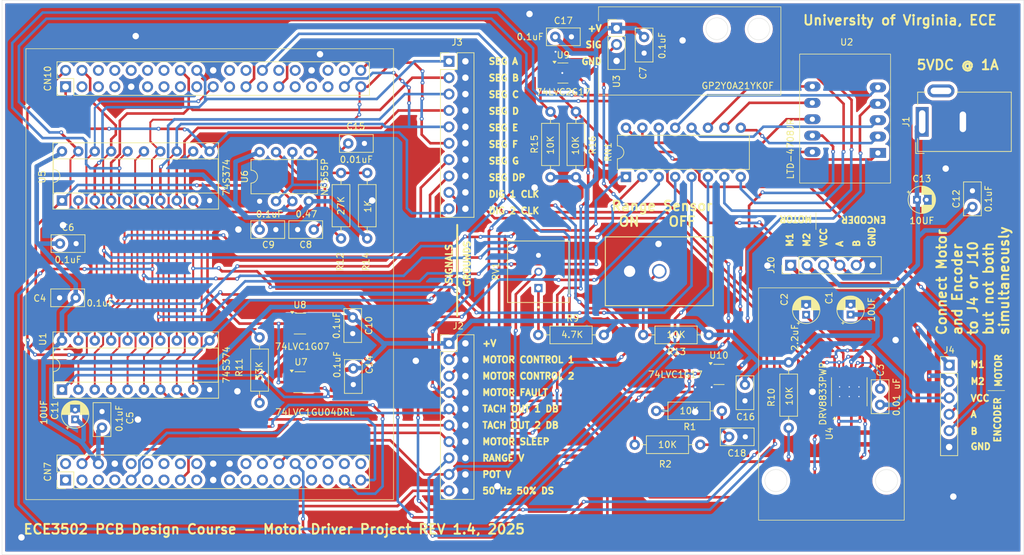
<source format=kicad_pcb>
(kicad_pcb (version 20240108) (generator "pcbnew") (generator_version "8.0")
  (title_block (title "ECE3502 PCB Design Course - Motor Driver Project") (date "2025-04-10") (rev "1.3") (company "Drawn By:  Bob Ross") (comment 1 "University of Virginia, ECE"))
  (layers (0 "F.Cu" signal) (31 "B.Cu" signal) (34 "B.Paste" user) (35 "F.Paste" user) (36 "B.SilkS" user "B.Silkscreen") (37 "F.SilkS" user "F.Silkscreen") (38 "B.Mask" user) (39 "F.Mask" user) (44 "Edge.Cuts" user))
  (net 0 "")
  (net 1 "+5V")
  (net 2 "Earth")
  (net 3 "Net-(U4-VINT)")
  (net 4 "Net-(U4-VCP)")
  (net 6 "/_Motor_Sleep")
  (net 18 "/SEG_C")
  (net 21 "Net-(U6-CV)")
  (net 24 "/SEG_D")
  (net 27 "/Tach_Out_2")
  (net 33 "/Tach_Out_1")
  (net 39 "/SEG_A")
  (net 42 "/SEG_B")
  (net 43 "/SEG_G")
  (net 44 "/Motor_Control_2")
  (net 46 "/SEG_DP")
  (net 48 "/Tach_Out_2_DB")
  (net 55 "/Motor_Control_1")
  (net 56 "/SEG_F")
  (net 61 "/SEG_E")
  (net 62 "/Tach_Out_1_DB")
  (net 68 "/_Motor_Fault")
  (net 71 "/Pot_V")
  (net 72 "/Motor_Drive_2")
  (net 73 "Net-(R9-Pad2)")
  (net 74 "/DIG_1_CLK")
  (net 75 "/DIG_2_CLK")
  (net 76 "Net-(U2-DIG2_CC)")
  (net 77 "Net-(U6-THR)")
  (net 78 "Net-(U6-DIS)")
  (net 79 "Net-(U1-OE)")
  (net 80 "/Motor_Drive_1")
  (net 81 "/50Hz")
  (net 84 "unconnected-(CN10-PD8-Pad36)")
  (net 85 "/Range_Enable_DB")
  (net 86 "/Range_V")
  (net 87 "Net-(SW1-B)")
  (net 89 "Net-(RN1B-R2.1)")
  (net 90 "Net-(RN1A-R1.1)")
  (net 91 "Net-(RN1F-R6.1)")
  (net 92 "Net-(RN1D-R4.1)")
  (net 93 "Net-(RN1G-R7.1)")
  (net 94 "Net-(RN1C-R3.1)")
  (net 95 "Net-(RN1E-R5.1)")
  (net 96 "Net-(RN1H-R8.1)")
  (net 97 "Net-(RN1E-R5.2)")
  (net 98 "Net-(RN1G-R7.2)")
  (net 99 "Net-(RN1B-R2.2)")
  (net 100 "Net-(RN1D-R4.2)")
  (net 101 "Net-(RN1F-R6.2)")
  (net 102 "Net-(RN1A-R1.2)")
  (net 103 "Net-(RN1C-R3.2)")
  (net 104 "Net-(RN1H-R8.2)")
  (net 105 "Net-(C18-Pad1)")
  (net 106 "Net-(R2-Pad1)")
  (footprint "Package_TO_SOT_SMD:SOT-23-5_HandSoldering" (layer "F.Cu") (at 72.585 65.65)
    (property "Reference" "U8")
    (property "Value" "74LVC1G07")
  )
  (footprint "Capacitor_THT:C_Disc_D5.0mm_W2.5mm_P2.50mm" (layer "F.Cu") (at 176.74 47.56 90)
    (property "Reference" "C12")
    (property "Value" "0.1uF")
  )
  (footprint "Resistor_THT:R_Axial_DIN0207_L6.3mm_D2.5mm_P10.16mm_Horizontal" (layer "F.Cu") (at 115.33 42.96 90)
    (property "Reference" "R16")
    (property "Value" "10K")
  )
  (footprint "Resistor_THT:R_Axial_DIN0207_L6.3mm_D2.5mm_P10.16mm_Horizontal" (layer "F.Cu") (at 111.39 42.96 90)
    (property "Reference" "R15")
    (property "Value" "10K")
  )
  (footprint "Capacitor_THT:C_Disc_D5.0mm_W2.5mm_P2.50mm" (layer "F.Cu") (at 139.06 83.2)
    (property "Reference" "C18")
    (property "Value" "0.47uF" (hide yes))
  )
  (footprint "Capacitor_THT:C_Disc_D5.0mm_W2.5mm_P2.50mm" (layer "F.Cu") (at 80.76 64.7 -90)
    (property "Reference" "C10")
    (property "Value" "0.1uF")
  )
  (footprint "Capacitor_THT:C_Disc_D5.0mm_W2.5mm_P2.50mm" (layer "F.Cu") (at 125.89 21.22 -90)
    (property "Reference" "C7")
    (property "Value" "0.1uF")
  )
  (footprint "Capacitor_THT:CP_Radial_D4.0mm_P1.50mm" (layer "F.Cu") (at 37.77 80.4926 90)
    (property "Reference" "C11")
    (property "Value" "10UF")
  )
  (footprint "Capacitor_THT:CP_Radial_D4.0mm_P1.50mm" (layer "F.Cu") (at 157.87 64.24 90)
    (property "Reference" "C1")
    (property "Value" "10UF")
  )
  (footprint "Connector_PinHeader_2.54mm:PinHeader_1x03_P2.54mm_Vertical" (layer "F.Cu") (at 121.63 19.85)
    (property "Reference" "U3")
    (property "Value" "GP2Y0A21YK0F")
  )
  (footprint "Capacitor_THT:C_Disc_D5.0mm_W2.5mm_P2.50mm" (layer "F.Cu") (at 162.44 78.23 90)
    (property "Reference" "C3")
    (property "Value" "0.01 uF")
  )
  (footprint "Package_DIP:DIP-16_W7.62mm" (layer "F.Cu") (at 123.08 42.91 90)
    (property "Reference" "RN1")
    (property "Value" "R_Pack08_Split" (hide yes))
  )
  (footprint "Package_TO_SOT_SMD:SOT-23-5" (layer "F.Cu") (at 137.4925 73.53)
    (property "Reference" "U10")
    (property "Value" "74LVC1G17")
  )
  (footprint "Resistor_THT:R_Axial_DIN0207_L6.3mm_D2.5mm_P10.16mm_Horizontal" (layer "F.Cu") (at 135.92 67.4 180)
    (property "Reference" "R13")
    (property "Value" "10K")
  )
  (footprint "Package_DIP:DIP-20_W7.62mm_Socket" (layer "F.Cu") (at 35.73 75.89 90)
    (property "Reference" "U1")
    (property "Value" "74S374")
  )
  (footprint "Capacitor_THT:C_Disc_D5.0mm_W2.5mm_P2.50mm" (layer "F.Cu") (at 41.93 81.78 90)
    (property "Reference" "C5")
    (property "Value" "0.1uF")
  )
  (footprint "Motor_Project_Edited_Footprints:PinSocket_2x19_P2.54mm_Vertical_CN7" (layer "F.Cu") (at 36.29 86.52 90)
    (property "Reference" "CN7")
    (property "Value" "Conn_2Rows-38Pins_CN7" (hide yes))
  )
  (footprint "Resistor_THT:R_Axial_DIN0207_L6.3mm_D2.5mm_P10.16mm_Horizontal" (layer "F.Cu") (at 119.66 67.4 180)
    (property "Reference" "R9")
    (property "Value" "4.7K")
  )
  (footprint "Resistor_THT:R_Axial_DIN0207_L6.3mm_D2.5mm_P10.16mm_Horizontal" (layer "F.Cu") (at 83.01 42.29 -90)
    (property "Reference" "R14")
    (property "Value" "1K")
  )
  (footprint "Package_DIP:DIP-20_W7.62mm_Socket" (layer "F.Cu") (at 35.73 46.57 90)
    (property "Reference" "U5")
    (property "Value" "74S374")
  )
  (footprint "Resistor_THT:R_Axial_DIN0207_L6.3mm_D2.5mm_P10.16mm_Horizontal" (layer "F.Cu") (at 78.95 52.45 90)
    (property "Reference" "R12")
    (property "Value" "27K")
  )
  (footprint "Connector_PinHeader_2.54mm:PinHeader_2x10_P2.54mm_Vertical" (layer "F.Cu") (at 95.67 24.99)
    (property "Reference" "J3")
    (property "Value" "Display Test Points" (hide yes))
  )
  (footprint "Connector_PinHeader_2.54mm:PinHeader_1x06_P2.54mm_Vertical" (layer "F.Cu") (at 173.13 72.09)
    (property "Reference" "J4")
    (property "Value" "~")
  )
  (footprint "Resistor_THT:R_Axial_DIN0207_L6.3mm_D2.5mm_P10.16mm_Horizontal" (layer "F.Cu") (at 148.28 71.66 -90)
    (property "Reference" "R10")
    (property "Value" "10K")
  )
  (footprint "Resistor_THT:R_Axial_DIN0207_L6.3mm_D2.5mm_P10.16mm_Horizontal" (layer "F.Cu") (at 66.33 67.78 -90)
    (property "Reference" "R11")
    (property "Value" "33K")
  )
  (footprint "Connector_BarrelJack:BarrelJack_GCT_DCJ200-10-A_Horizontal" (layer "F.Cu") (at 168.96 34.37 90)
    (property "Reference" "J1")
    (property "Value" "Conn_Coaxial_3_Pin" (hide yes))
  )
  (footprint "Capacitor_THT:CP_Radial_D4.0mm_P1.50mm" (layer "F.Cu") (at 168.15 46.45)
    (property "Reference" "C13")
    (property "Value" "10UF")
  )
  (footprint "Capacitor_THT:C_Disc_D5.0mm_W2.5mm_P2.50mm" (layer "F.Cu") (at 74.73 51.08 180)
    (property "Reference" "C8")
    (property "Value" "0.47")
  )
  (footprint "Motor_Project_Edited_Footprints:SW2_GF-123-0054_CWI" (layer "F.Cu") (at 123.6426 57.54 90)
    (property "Reference" "SW1" (hide yes))
    (property "Value" "SW_SPST" (hide yes))
  )
  (footprint "Capacitor_THT:CP_Radial_D4.0mm_P1.50mm" (layer "F.Cu") (at 150.99 64.28 90)
    (property "Reference" "C2")
    (property "Value" "2.2uF")
  )
  (footprint "Package_TO_SOT_SMD:SOT-23-5_HandSoldering" (layer "F.Cu") (at 72.515 74.73)
    (property "Reference" "U7")
    (property "Value" "74LVC1GU04DRL")
  )
  (footprint "Capacitor_THT:C_Disc_D5.0mm_W2.5mm_P2.50mm" (layer "F.Cu") (at 66.35 51.08)
    (property "Reference" "C9")
    (property "Value" "0.1uF")
  )
  (footprint "Connector_PinHeader_2.54mm:PinHeader_2x10_P2.54mm_Vertical" (layer "F.Cu") (at 95.67 68.71)
    (property "Reference" "J2")
    (property "Value" "Test Points" (hide yes))
  )
  (footprint "Connector_PinHeader_2.54mm:PinHeader_1x06_P2.54mm_Vertical" (layer "F.Cu") (at 148.59 56.6 90)
    (property "Reference" "J10")
    (property "Value" "~" (hide yes))
  )
  (footprint "Motor_Project_Edited_Footprints:7SegmentLED_LTD-4708JR" (layer "F.Cu") (at 150.58 43.785 90)
    (property "Reference" "U2")
    (property "Value" "LTD-4708JR")
  )
  (footprint "Package_SO:HTSSOP-16-1EP_4.4x5mm_P0.65mm_EP3.4x5mm_Mask2.46x2.31mm_ThermalVias" (layer "F.Cu") (at 157.665 76.2175 90)
    (property "Reference" "U4")
    (property "Value" "DRV8833PWP")
  )
  (footprint "Capacitor_THT:C_Disc_D5.0mm_W2.5mm_P2.50mm" (layer "F.Cu") (at 80.85 72.6 -90)
    (property "Reference" "C14")
    (property "Value" "0.1uF")
  )
  (footprint "Capacitor_THT:C_Disc_D5.0mm_W2.5mm_P2.50mm" (layer "F.Cu") (at 141.51 75.12 -90)
    (property "Reference" "C16" (hide yes))
    (property "Value" "0.1uF" (hide yes))
  )
  (footprint "Capacitor_THT:C_Disc_D5.0mm_W2.5mm_P2.50mm" (layer "F.Cu") (at 80.07 37.72)
    (property "Reference" "C15")
    (property "Value" "0.01uF")
  )
  (footprint "Motor_Project_Edited_Footprints:PinSocket_2x19_P2.54mm_Vertical_CN10" (layer "F.Cu") (at 36.29 25.55 90)
    (property "Reference" "CN10")
    (property "Value" "Conn_2Rows-38Pins_CN10" (hide yes))
  )
  (footprint "Resistor_THT:R_Axial_DIN0207_L6.3mm_D2.5mm_P10.16mm_Horizontal" (layer "F.Cu") (at 137.93 79.18 180)
    (property "Reference" "R1")
    (property "Value" "10K")
  )
  (footprint "Capacitor_THT:C_Disc_D5.0mm_W2.5mm_P2.50mm" (layer "F.Cu") (at 37.86 61.65 180)
    (property "Reference" "C4")
    (property "Value" "0.1uF")
  )
  (footprint "Capacitor_THT:C_Disc_D5.0mm_W2.5mm_P2.50mm" (layer "F.Cu") (at 112.13 21.19)
    (property "Reference" "C17")
    (property "Value" "0.1uF")
  )
  (footprint "Capacitor_THT:C_Disc_D5.0mm_W2.5mm_P2.50mm" (layer "F.Cu") (at 35.42 53.25)
    (property "Reference" "C6")
    (property "Value" "0.1uF")
  )
  (footprint "Motor_Project_Edited_Footprints:TRIM_COM-09806" (layer "F.Cu") (at 109.525 57.61 90)
    (property "Reference" "RV1")
    (property "Value" "10K" (hide yes))
  )
  (footprint "Package_TO_SOT_SMD:SOT-23-6" (layer "F.Cu") (at 113.3125 26.81)
    (property "Reference" "U9")
    (property "Value" "74LVC2G17")
  )
  (footprint "Package_DIP:DIP-8_W7.62mm" (layer "F.Cu") (at 66.34 46.68 90)
    (property "Reference" "U6")
    (property "Value" "NE555P")
  )
  (footprint "Resistor_THT:R_Axial_DIN0207_L6.3mm_D2.5mm_P10.16mm_Horizontal" (layer "F.Cu") (at 124.43 84.42)
    (property "Reference" "R2")
    (property "Value" "10K")
  )
  (gr_line (start 41.09 52.41) (end 41.12 61.28) (stroke (width 0.3)) (layer "F.Cu") (net 96))
  (gr_line (start 74.205 73.81) (end 81.075 72.57) (stroke (width 0.7)) (layer "F.Cu") (net 1))
  (gr_line (start 50.95 48.53) (end 51.43 49.09) (stroke (width 0.3)) (layer "F.Cu") (net 56))
  (gr_line (start 51.43 49.09) (end 51.46 64.92) (stroke (width 0.3)) (layer "F.Cu") (net 56))
  (gr_line (start 42.27 61.47) (end 42.27 52.13) (stroke (width 0.3)) (layer "F.Cu") (net 90))
  (gr_line (start 46.6 50.79) (end 46.33 50.43) (stroke (width 0.2)) (layer "F.Cu") (net 42))
  (gr_line (start 46.535 62.605) (end 46.545 50.755) (stroke (width 0.3)) (layer "F.Cu") (net 42))
  (gr_line (start 38.77 84.01) (end 41.439972 87.490011) (stroke (width 0.7)) (layer "B.Cu") (net 1))
  (gr_line (start 66.22 39.11) (end 62.609989 40.559971) (stroke (width 0.7)) (layer "B.Cu") (net 1))
  (gr_line (start 80.83 64.64) (end 85.57 68.75) (stroke (width 0.7)) (layer "B.Cu") (net 1))
  (gr_line (start 66.63 49.16) (end 72.07 49.17) (stroke (width 0.7)) (layer "B.Cu") (net 1))
  (gr_line (start 62.61 40.56) (end 62.61 41.79) (stroke (width 0.7)) (layer "B.Cu") (net 1))
  (gr_line (start 32.87 71.16) (end 32.87 80.37) (stroke (width 0.7)) (layer "B.Cu") (net 1))
  (gr_line (start 66.63 49.16) (end 64.09 49.205) (stroke (width 0.7)) (layer "B.Cu") (net 1))
  (gr_line (start 31.95 53.21) (end 36.32 58) (stroke (width 0.7)) (layer "B.Cu") (net 1))
  (gr_line (start 62.61 41.79) (end 62.6 47.32) (stroke (width 0.7)) (layer "B.Cu") (net 1))
  (gr_line (start 35.81 39.12) (end 31.82 41.29) (stroke (width 0.7)) (layer "B.Cu") (net 1))
  (gr_line (start 173.11 72.05) (end 168.29 66.3) (stroke (width 0.7)) (layer "B.Cu") (net 72))
  (gr_line (start 32.87 80.37) (end 38.77 84.01) (stroke (width 0.7)) (layer "B.Cu") (net 1))
  (gr_line (start 118.84 16.54) (end 147.07 16.54) (stroke (width 0.1)) (layer "F.SilkS"))
  (gr_line (start 118.84 30.23) (end 118.82 26.4) (stroke (width 0.1)) (layer "F.SilkS"))
  (gr_line (start 147.07 16.54) (end 147.07 30.23) (stroke (width 0.1)) (layer "F.SilkS"))
  (gr_line (start 179.14 76.035) (end 181.73 76.03) (stroke (width 0.1)) (layer "F.SilkS"))
  (gr_line (start 118.84 16.54) (end 118.82 18.72) (stroke (width 0.1)) (layer "F.SilkS"))
  (gr_rect (start 30.14 23.035) (end 87.08 92.935) (stroke (width 0.1)) (fill none) (layer "F.SilkS"))
  (gr_line (start 147.07 30.23) (end 118.84 30.23) (stroke (width 0.1)) (layer "F.SilkS"))
  (gr_rect (start 143.62 60.11) (end 166.18 96.13) (stroke (width 0.1)) (fill none) (layer "F.SilkS"))
  (gr_line (start 96.945052 50.35) (end 96.934948 64.47) (stroke (width 0.3)) (layer "F.SilkS"))
  (gr_line (start 152.505 51.07) (end 152.5 48.48) (stroke (width 0.1)) (layer "F.SilkS"))
  (gr_circle (center 146.3075 89.980544) (end 147.9975 90.220544) (stroke (width 0.05)) (fill none) (layer "Edge.Cuts"))
  (gr_rect (start 26.44 15.51) (end 184.68 101.49) (stroke (width 0.05)) (fill none) (layer "Edge.Cuts"))
  (gr_circle (center 143.65 19.982843) (end 143.89 21.652843) (stroke (width 0.05)) (fill none) (layer "Edge.Cuts"))
  (gr_circle (center 163.4375 89.984456) (end 165.1275 90.224456) (stroke (width 0.05)) (fill none) (layer "Edge.Cuts"))
  (gr_circle (center 137.16 19.932843) (end 137.4 21.602843) (stroke (width 0.05)) (fill none) (layer "Edge.Cuts"))
  (gr_text "SEG B" (at 101.6875 28.151944 0) (layer "F.SilkS") (effects (font (size 1 1) (thickness 0.25) (bold yes)) (justify left bottom)))
  (gr_text "RANGE V" (at 100.71 87.077777 0) (layer "F.SilkS") (effects (font (size 1 1) (thickness 0.25) (bold yes)) (justify left bottom)))
  (gr_text "MOTOR SLEEP" (at 100.71 84.536666 0) (layer "F.SilkS") (effects (font (size 1 1) (thickness 0.25) (bold yes)) (justify left bottom)))
  (gr_text "M2" (at 176.33 75.19 0) (layer "F.SilkS") (effects (font (size 1 1) (thickness 0.25) (bold yes)) (justify left bottom)))
  (gr_text "SIG" (at 116.686667 23.01 0) (layer "F.SilkS") (effects (font (size 1 1) (thickness 0.25) (bold yes)) (justify left bottom)))
  (gr_text "Connect Motor\nand Encoder \nto J4 or J10 \nbut not both \nsimultaneously" (at 182.51 67.59 90) (layer "F.SilkS") (effects (font (size 1.5 1.5) (thickness 0.3) (bold yes)) (justify left bottom)))
  (gr_text "Range Sensor\n ON    OFF" (at 120.65 50.71 0) (layer "F.SilkS") (effects (font (size 1.5 1.5) (thickness 0.3) (bold yes)) (justify left bottom)))
  (gr_text "TACH OUT 2 DB" (at 100.71 81.995555 0) (layer "F.SilkS") (effects (font (size 1 1) (thickness 0.25) (bold yes)) (justify left bottom)))
  (gr_text "+V" (at 100.71 69.29 0) (layer "F.SilkS") (effects (font (size 1 1) (thickness 0.25) (bold yes)) (justify left bottom)))
  (gr_text "M2" (at 151.66 53.88 90) (layer "F.SilkS") (effects (font (size 1 1) (thickness 0.25) (bold yes)) (justify left bottom)))
  (gr_text "50 Hz 50% DS" (at 100.71 92.16 0) (layer "F.SilkS") (effects (font (size 1 1) (thickness 0.25) (bold yes)) (justify left bottom)))
  (gr_text "GND" (at 116.067619 25.6 0) (layer "F.SilkS") (effects (font (size 1 1) (thickness 0.25) (bold yes)) (justify left bottom)))
  (gr_text "ECE3502 PCB Design Course - Motor Driver Project REV 1.4, 2025" (at 29.62 98.41 0) (layer "F.SilkS") (effects (font (size 1.5 1.5) (thickness 0.3) (bold yes)) (justify left bottom)))
  (gr_text "SIGNALS" (at 96.27 59.61 90) (layer "F.SilkS") (effects (font (size 1 1) (thickness 0.25) (bold yes)) (justify left bottom)))
  (gr_text "MOTOR" (at 181.36 75.58 90) (layer "F.SilkS") (effects (font (size 1 1) (thickness 0.25) (bold yes)) (justify left bottom)))
  (gr_text "ENCODER" (at 181.22 84.195 90) (layer "F.SilkS") (effects (font (size 1 1) (thickness 0.25) (bold yes)) (justify left bottom)))
  (gr_text "B" (at 176.33 82.92 0) (layer "F.SilkS") (effects (font (size 1 1) (thickness 0.25) (bold yes)) (justify left bottom)))
  (gr_text "DIG 2 CLK" (at 101.6875 48.7475 0) (layer "F.SilkS") (effects (font (size 1 1) (thickness 0.25) (bold yes)) (justify left bottom)))
  (gr_text "M1" (at 149.04 53.88 90) (layer "F.SilkS") (effects (font (size 1 1) (thickness 0.25) (bold yes)) (justify left bottom)))
  (gr_text "VCC" (at 154.28 53.88 90) (layer "F.SilkS") (effects (font (size 1 1) (thickness 0.25) (bold yes)) (justify left bottom)))
  (gr_text "TACH OUT 1 DB" (at 100.71 79.454444 0) (layer "F.SilkS") (effects (font (size 1 1) (thickness 0.25) (bold yes)) (justify left bottom)))
  (gr_text "MOTOR FAULT" (at 100.71 76.913333 0) (layer "F.SilkS") (effects (font (size 1 1) (thickness 0.25) (bold yes)) (justify left bottom)))
  (gr_text "GND" (at 176.33 85.29 0) (layer "F.SilkS") (effects (font (size 1 1) (thickness 0.25) (bold yes)) (justify left bottom)))
  (gr_text "SEG C" (at 101.6875 30.726388 0) (layer "F.SilkS") (effects (font (size 1 1) (thickness 0.25) (bold yes)) (justify left bottom)))
  (gr_text "University of Virginia, ECE" (at 150.35 19.5 0) (layer "F.SilkS") (effects (font (size 1.5 1.5) (thickness 0.3) (bold yes)) (justify left bottom)))
  (gr_text "A" (at 176.33 80.3 0) (layer "F.SilkS") (effects (font (size 1 1) (thickness 0.25) (bold yes)) (justify left bottom)))
  (gr_text "SEG A" (at 101.6875 25.5775 0) (layer "F.SilkS") (effects (font (size 1 1) (thickness 0.25) (bold yes)) (justify left bottom)))
  (gr_text "SEG G" (at 101.6875 41.024164 0) (layer "F.SilkS") (effects (font (size 1 1) (thickness 0.25) (bold yes)) (justify left bottom)))
  (gr_text "A" (at 156.77 53.88 90) (layer "F.SilkS") (effects (font (size 1 1) (thickness 0.25) (bold yes)) (justify left bottom)))
  (gr_text "SEG F" (at 101.6875 38.44972 0) (layer "F.SilkS") (effects (font (size 1 1) (thickness 0.25) (bold yes)) (justify left bottom)))
  (gr_text "MOTOR" (at 152.05 48.85 180) (layer "F.SilkS") (effects (font (size 1 1) (thickness 0.25) (bold yes)) (justify left bottom)))
  (gr_text "SEG DP" (at 101.6875 43.598608 0) (layer "F.SilkS") (effects (font (size 1 1) (thickness 0.25) (bold yes)) (justify left bottom)))
  (gr_text "5VDC @ 1A" (at 167.95 26.43 0) (layer "F.SilkS") (effects (font (size 1.5 1.5) (thickness 0.3) (bold yes)) (justify left bottom)))
  (gr_text "MOTOR CONTROL 1" (at 100.71 71.831111 0) (layer "F.SilkS") (effects (font (size 1 1) (thickness 0.25) (bold yes)) (justify left bottom)))
  (gr_text "VCC" (at 176.33 77.81 0) (layer "F.SilkS") (effects (font (size 1 1) (thickness 0.25) (bold yes)) (justify left bottom)))
  (gr_text "MOTOR CONTROL 2" (at 100.71 74.372222 0) (layer "F.SilkS") (effects (font (size 1 1) (thickness 0.25) (bold yes)) (justify left bottom)))
  (gr_text "ENCODER" (at 163.515 48.935 180) (layer "F.SilkS") (effects (font (size 1 1) (thickness 0.25) (bold yes)) (justify left bottom)))
  (gr_text "+V" (at 117.02 20.47 0) (layer "F.SilkS") (effects (font (size 1 1) (thickness 0.25) (bold yes)) (justify left bottom)))
  (gr_text "B" (at 159.39 53.88 90) (layer "F.SilkS") (effects (font (size 1 1) (thickness 0.25) (bold yes)) (justify left bottom)))
  (gr_text "GROUNDS" (at 99.06 60.08 90) (layer "F.SilkS") (effects (font (size 1 1) (thickness 0.25) (bold yes)) (justify left bottom)))
  (gr_text "DIG 1 CLK" (at 101.6875 46.173052 0) (layer "F.SilkS") (effects (font (size 1 1) (thickness 0.25) (bold yes)) (justify left bottom)))
  (gr_text "SEG D" (at 101.6875 33.300832 0) (layer "F.SilkS") (effects (font (size 1 1) (thickness 0.25) (bold yes)) (justify left bottom)))
  (gr_text "M1" (at 176.33 72.57 0) (layer "F.SilkS") (effects (font (size 1 1) (thickness 0.25) (bold yes)) (justify left bottom)))
  (gr_text "SEG E" (at 101.6875 35.875276 0) (layer "F.SilkS") (effects (font (size 1 1) (thickness 0.25) (bold yes)) (justify left bottom)))
  (gr_text "POT V" (at 100.71 89.618888 0) (layer "F.SilkS") (effects (font (size 1 1) (thickness 0.25) (bold yes)) (justify left bottom)))
  (gr_text "GND" (at 161.76 53.88 90) (layer "F.SilkS") (effects (font (size 1 1) (thickness 0.25) (bold yes)) (justify left bottom)))
  (segment (start 157.99 71.6) (end 157.98 71.59) (width 0.2) (layer "F.Cu") (net 1))
  (segment (start 138.63 72.58) (end 140.57 72.58) (width 0.7) (layer "F.Cu") (net 1))
  (segment (start 140.57 72.58) (end 141.07 72.08) (width 0.7) (layer "F.Cu") (net 1))
  (segment (start 157.99 73.355) (end 157.99 71.6) (width 0.42) (layer "F.Cu") (net 1))
  (segment (start 73.935 64.7) (end 80.92 64.7) (width 0.7) (layer "F.Cu") (net 1))
  (segment (start 114.45 26.81) (end 117.51 26.81) (width 0.7) (layer "F.Cu") (net 1))
  (segment (start 117.51 26.81) (end 118.45 25.87) (width 0.7) (layer "F.Cu") (net 1))
  (via (at 118.45 25.87) (size 0.6) (drill 0.3) (layers "F.Cu" "B.Cu") (net 1))
  (via (at 141.07 72.08) (size 0.6) (drill 0.3) (layers "F.Cu" "B.Cu") (net 1))
  (via (at 157.98 71.59) (size 0.6) (drill 0.3) (layers "F.Cu" "B.Cu") (net 1))
  (segment (start 73.96 46.68) (end 73.96 47.33) (width 0.2) (layer "B.Cu") (net 1))
  (segment (start 121.63 19.85) (end 124.52 19.85) (width 0.7) (layer "B.Cu") (net 1))
  (segment (start 119.66 67.4) (end 121.74 65.32) (width 0.7) (layer "B.Cu") (net 1))
  (segment (start 143.68 71.66) (end 143.59 71.66) (width 0.7) (layer "B.Cu") (net 1))
  (segment (start 118.45 21.51) (end 120.11 19.85) (width 0.7) (layer "B.Cu") (net 1))
  (segment (start 157.87 64.24) (end 160.58 64.24) (width 0.7) (layer "B.Cu") (net 1))
  (segment (start 168.15 35.79) (end 168.15 35.18) (width 0.7) (layer "B.Cu") (net 1))
  (segment (start 153.67 57.21) (end 156.29 59.83) (width 0.7) (layer "B.Cu") (net 1))
  (segment (start 172.84 51.2) (end 169.37 51.2) (width 0.7) (layer "B.Cu") (net 1))
  (segment (start 162.44 78.23) (end 164.8 78.23) (width 0.7) (layer "B.Cu") (net 1))
  (segment (start 120.11 19.85) (end 121.63 19.85) (width 0.7) (layer "B.Cu") (net 1))
  (segment (start 35.42 53.25) (end 31.99 53.25) (width 0.7) (layer "B.Cu") (net 1))
  (segment (start 41.37 87.36) (end 41.37 82.34) (width 0.7) (layer "B.Cu") (net 1))
  (segment (start 118.45 23.77) (end 118.45 21.51) (width 0.7) (layer "B.Cu") (net 1))
  (segment (start 31.81 42.57) (end 31.81 49.75) (width 0.7) (layer "B.Cu") (net 1))
  (segment (start 31.81 41.28) (end 32.22 41.28) (width 0.2) (layer "B.Cu") (net 1))
  (segment (start 62.6 47.33) (end 64.42 49.15) (width 0.7) (layer "B.Cu") (net 1))
  (segment (start 36.32 58) (end 37.86 59.54) (width 0.7) (layer "B.Cu") (net 1))
  (segment (start 95.67 68.71) (end 85.43 68.71) (width 0.7) (layer "B.Cu") (net 1))
  (segment (start 157.98 71.512082) (end 160.092082 69.4) (width 0.7) (layer "B.Cu") (net 1))
  (segment (start 141.51 73.99) (end 141.51 75.12) (width 0.7) (layer "B.Cu") (net 1))
  (segment (start 37.94 80.44) (end 39.08 81.58) (width 0.7) (layer "B.Cu") (net 1))
  (segment (start 80.76 64.7) (end 79.15 63.09) (width 0.7) (layer "B.Cu") (net 1))
  (segment (start 66.35 49.44) (end 66.63 49.16) (width 0.4) (layer "B.Cu") (net 1))
  (segment (start 66.35 51.08) (end 66.35 49.44) (width 0.4) (layer "B.Cu") (net 1))
  (segment (start 31.81 53.07) (end 31.81 49.75) (width 0.7) (layer "B.Cu") (net 1))
  (segment (start 73.96 46.68) (end 77.24 46.68) (width 0.7) (layer "B.Cu") (net 1))
  (segment (start 141.07 72.08) (end 142.475 70.675) (width 0.7) (layer "B.Cu") (net 1))
  (segment (start 167.58 77.17) (end 166.1 75.69) (width 0.4) (layer "B.Cu") (net 1))
  (segment (start 173.13 77.17) (end 167.58 77.17) (width 0.4) (layer "B.Cu") (net 1))
  (segment (start 37.86 59.54) (end 37.86 61.65) (width 0.7) (layer "B.Cu") (net 1))
  (segment (start 166.1 74.31) (end 161.19 69.4) (width 0.7) (layer "B.Cu") (net 1))
  (segment (start 164.98 59.84) (end 160.58 64.24) (width 0.7) (layer "B.Cu") (net 1))
  (segment (start 35.73 68.27) (end 32.91 71.09) (width 0.7) (layer "B.Cu") (net 1))
  (segment (start 62.6 47.32) (end 62.6 47.33) (width 0.2) (layer "B.Cu") (net 1))
  (segment (start 118.45 43.2) (end 118.45 25.87) (width 0.7) (layer "B.Cu") (net 1))
  (segment (start 117.01 44.64) (end 118.45 43.2) (width 0.7) (layer "B.Cu") (net 1))
  (segment (start 143.68 71.82) (end 141.51 73.99) (width 0.7) (layer "B.Cu") (net 1))
  (segment (start 39.08 83.7) (end 38.77 84.01) (width 0.7) (layer "B.Cu") (net 1))
  (segment (start 37.86 61.87) (end 37.86 61.65) (width 0.7) (layer "B.Cu") (net 1))
  (segment (start 85.57 68.75) (end 85.57 68.99) (width 0.4) (layer "B.Cu") (net 1))
  (segment (start 142.605 70.675) (end 139.33 67.4) (width 0.7) (layer "B.Cu") (net 1))
  (segment (start 168.15 35.18) (end 168.96 34.37) (width 0.7) (layer "B.Cu") (net 1))
  (segment (start 157.98 71.59) (end 157.98 71.512082) (width 0.7) (layer "B.Cu") (net 1))
  (segment (start 117.8 65.32) (end 122.47 65.32) (width 0.7) (layer "B.Cu") (net 1))
  (segment (start 64.66 66.49) (end 59.53 71.62) (width 0.7) (layer "B.Cu") (net 1))
  (segment (start 99.16 65.22) (end 116.32 65.22) (width 0.7) (layer "B.Cu") (net 1))
  (segment (start 35.73 64) (end 37.86 61.87) (width 0.7) (layer "B.Cu") (net 1))
  (segment (start 124.52 19.85) (end 125.89 21.22) (width 0.7) (layer "B.Cu") (net 1))
  (segment (start 135.92 67.4) (end 133.84 65.32) (width 0.7) (layer "B.Cu") (net 1))
  (segment (start 133.84 65.32) (end 122.47 65.32) (width 0.7) (layer "B.Cu") (net 1))
  (segment (start 166.1 76.93) (end 166.1 75.69) (width 0.7) (layer "B.Cu") (net 1))
  (segment (start 161.37 64.24) (end 162.04 64.91) (width 0.7) (layer "B.Cu") (net 1))
  (segment (start 148.7 71.66) (end 152.83 67.53) (width 0.7) (layer "B.Cu") (net 1))
  (segment (start 162.04 64.91) (end 162.04 67.53) (width 0.7) (layer "B.Cu") (net 1))
  (segment (start 164.8 78.23) (end 166.1 76.93) (width 0.7) (layer "B.Cu") (net 1))
  (segment (start 164.98 59.83) (end 168.28 56.53) (width 0.7) (layer "B.Cu") (net 1))
  (segment (start 162.04 67.53) (end 160.17 69.4) (width 0.7) (layer "B.Cu") (net 1))
  (segment (start 33.33 71.62) (end 32.87 71.16) (width 0.7) (layer "B.Cu") (net 1))
  (segment (start 64.12 49.15) (end 57.54 42.57) (width 0.7) (layer "B.Cu") (net 1))
  (segment (start 143.68 71.66) (end 148.28 71.66) (width 0.7) (layer "B.Cu") (net 1))
  (segment (start 112.13 21.19) (end 114.71 23.77) (width 0.7) (layer "B.Cu") (net 1))
  (segment (start 152.83 67.53) (end 162.04 67.53) (width 0.7) (layer "B.Cu") (net 1))
  (segment (start 32.22 41.28) (end 32.69 40.81) (width 0.2) (layer "B.Cu") (net 1))
  (segment (start 82.025 72.535) (end 80.735 72.535) (width 0.7) (layer "B.Cu") (net 1))
  (segment (start 64.42 49.15) (end 64.12 49.15) (width 0.4) (layer "B.Cu") (net 1))
  (segment (start 79.15 63.09) (end 68.06 63.09) (width 0.7) (layer "B.Cu") (net 1))
  (segment (start 115.33 42.96) (end 117.01 44.64) (width 0.7) (layer "B.Cu") (net 1))
  (segment (start 164.98 59.83) (end 164.98 59.84) (width 0.7) (layer "B.Cu") (net 1))
  (segment (start 73.96 47.33) (end 72.13 49.16) (width 0.7) (layer "B.Cu") (net 1))
  (segment (start 176.48 47.56) (end 176.74 47.56) (width 0.7) (layer "B.Cu") (net 1))
  (segment (start 118.45 25.87) (end 118.45 23.77) (width 0.7) (layer "B.Cu") (net 1))
  (segment (start 31.81 49.75) (end 31.81 42.64) (width 0.7) (layer "B.Cu") (net 1))
  (segment (start 168.15 46.45) (end 168.15 35.79) (width 0.7) (layer "B.Cu") (net 1))
  (segment (start 114.71 23.77) (end 118.45 23.77) (width 0.7) (layer "B.Cu") (net 1))
  (segment (start 39.08 81.58) (end 39.08 83.7) (width 0.7) (layer "B.Cu") (net 1))
  (segment (start 168.28 52.29) (end 168.28 46.72) (width 0.7) (layer "B.Cu") (net 1))
  (segment (start 148.28 71.66) (end 148.7 71.66) (width 0.7) (layer "B.Cu") (net 1))
  (segment (start 68.06 63.09) (end 64.66 66.49) (width 0.7) (layer "B.Cu") (net 1))
  (segment (start 156.29 59.83) (end 164.98 59.83) (width 0.7) (layer "B.Cu") (net 1))
  (segment (start 57.54 42.57) (end 31.81 42.57) (width 0.7) (layer "B.Cu") (net 1))
  (segment (start 169.37 51.2) (end 168.28 52.29) (width 0.7) (layer "B.Cu") (net 1))
  (segment (start 157.85 64.26) (end 157.87 64.24) (width 0.2) (layer "B.Cu") (net 1))
  (segment (start 31.98 53.24) (end 31.81 53.07) (width 0.2) (layer "B.Cu") (net 1))
  (segment (start 160.092082 69.4) (end 160.17 69.4) (width 0.7) (layer "B.Cu") (net 1))
  (segment (start 95.67 68.71) (end 99.16 65.22) (width 0.7) (layer "B.Cu") (net 1))
  (segment (start 77.24 46.68) (end 83.01 52.45) (width 0.7) (layer "B.Cu") (net 1))
  (segment (start 143.68 71.66) (end 143.68 71.82) (width 0.7) (layer "B.Cu") (net 1))
  (segment (start 65.04 66.49) (end 64.66 66.49) (width 0.4) (layer "B.Cu") (net 1))
  (segment (start 59.53 71.62) (end 33.33 71.62) (width 0.7) (layer "B.Cu") (net 1))
  (segment (start 168.28 56.53) (end 168.28 52.29) (width 0.7) (layer "B.Cu") (net 1))
  (segment (start 31.81 42.64) (end 31.81 41.28) (width 0.7) (layer "B.Cu") (net 1))
  (segment (start 117.01 44.64) (end 117.01 64.53) (width 0.7) (layer "B.Cu") (net 1))
  (segment (start 160.58 64.24) (end 161.37 64.24) (width 0.7) (layer "B.Cu") (net 1))
  (segment (start 168.28 46.72) (end 168.01 46.45) (width 0.7) (layer "B.Cu") (net 1))
  (segment (start 31.99 53.25) (end 31.95 53.21) (width 0.2) (layer "B.Cu") (net 1))
  (segment (start 116.32 65.22) (end 117.01 64.53) (width 0.7) (layer "B.Cu") (net 1))
  (segment (start 142.475 70.675) (end 142.605 70.675) (width 0.4) (layer "B.Cu") (net 1))
  (segment (start 111.39 42.96) (end 115.33 42.96) (width 0.7) (layer "B.Cu") (net 1))
  (segment (start 172.84 51.2) (end 176.48 47.56) (width 0.7) (layer "B.Cu") (net 1))
  (segment (start 85.685 69.055) (end 82.205 72.535) (width 0.7) (layer "B.Cu") (net 1))
  (segment (start 82.205 72.535) (end 82.025 72.535) (width 0.7) (layer "B.Cu") (net 1))
  (segment (start 166.1 75.69) (end 166.1 74.31) (width 0.7) (layer "B.Cu") (net 1))
  (segment (start 153.67 56.6) (end 153.67 57.21) (width 0.7) (layer "B.Cu") (net 1))
  (segment (start 66.33 67.78) (end 65.04 66.49) (width 0.4) (layer "B.Cu") (net 1))
  (segment (start 168.01 46.45) (end 168.15 46.45) (width 0.2) (layer "B.Cu") (net 1))
  (segment (start 66.31 49.48) (end 66.63 49.16) (width 0.2) (layer "B.Cu") (net 1))
  (segment (start 143.59 71.66) (end 142.605 70.675) (width 0.7) (layer "B.Cu") (net 1))
  (segment (start 117.01 64.53) (end 117.8 65.32) (width 0.7) (layer "B.Cu") (net 1))
  (segment (start 41.37 82.34) (end 41.93 81.78) (width 0.7) (layer "B.Cu") (net 1))
  (segment (start 139.33 67.4) (end 135.92 67.4) (width 0.7) (layer "B.Cu") (net 1))
  (segment (start 35.73 68.27) (end 35.73 64) (width 0.7) (layer "B.Cu") (net 1))
  (segment (start 161.19 69.4) (end 160.17 69.4) (width 0.7) (layer "B.Cu") (net 1))
  (segment (start 157.34 75.8925) (end 157.665 76.2175) (width 0.4) (layer "F.Cu") (net 2))
  (segment (start 112.17 23.51) (end 112.31 23.51) (width 0.4) (layer "F.Cu") (net 2))
  (segment (start 98.21 78.87) (end 98.4925 78.5875) (width 0.2) (layer "F.Cu") (net 2))
  (segment (start 112.31 23.51) (end 114.63 21.19) (width 0.4) (layer "F.Cu") (net 2))
  (segment (start 158.64 79.08) (end 158.64 77.4925) (width 0.4) (layer "F.Cu") (net 2))
  (segment (start 113.21 26.81) (end 112.175 26.81) (width 0.4) (layer "F.Cu") (net 2))
  (segment (start 136.355 74.48) (end 136.355 75.505) (width 0.4) (layer "F.Cu") (net 2))
  (segment (start 151.9325 76.2175) (end 151.98 76.2175) (width 0.4) (layer "F.Cu") (net 2))
  (segment (start 136.355 75.505) (end 136.35 75.51) (width 0.4) (layer "F.Cu") (net 2))
  (segment (start 136.35 75.51) (end 133.82 75.51) (width 0.4) (layer "F.Cu") (net 2))
  (segment (start 151.98 76.2175) (end 157.665 76.2175) (width 0.4) (layer "F.Cu") (net 2))
  (segment (start 156.69 77.4925) (end 156.165 76.9675) (width 0.4) (layer "F.Cu") (net 2))
  (segment (start 157.34 73.355) (end 157.34 75.8925) (width 0.4) (layer "F.Cu") (net 2))
  (segment (start 156.69 79.08) (end 156.69 77.4925) (width 0.4) (layer "F.Cu") (net 2))
  (segment (start 158.64 77.4925) (end 159.165 76.9675) (width 0.4) (layer "F.Cu") (net 2))
  (segment (start 113.21 26.81) (end 113.22 26.8) (width 0.4) (layer "F.Cu") (net 2))
  (via (at 136.35 75.51) (size 0.6) (drill 0.3) (layers "F.Cu" "B.Cu") (net 2))
  (via (at 173.78 92.47) (size 3) (drill 1) (layers "F.Cu" "B.Cu") (net 2))
  (via (at 112.17 23.51) (size 0.6) (drill 0.3) (layers "F.Cu" "B.Cu") (net 2))
  (via (at 75.69 23.89) (size 3) (drill 1) (layers "F.Cu" "B.Cu") (net 2))
  (via (at 47.15 21.08) (size 3) (drill 1) (layers "F.Cu" "B.Cu") (net 2))
  (via (at 90.53 71.42) (size 3) (drill 1) (layers "F.Cu" "B.Cu") (net 2))
  (via (at 128.12 53.3) (size 3) (drill 1) (layers "F.Cu" "B.Cu") (net 2))
  (via (at 35.89 50.39) (size 3) (drill 1) (layers "F.Cu" "B.Cu") (net 2))
  (via (at 113.22 26.8) (size 0.6) (drill 0.3) (layers "F.Cu" "B.Cu") (net 2))
  (via (at 172.6 41.62) (size 3) (drill 1) (layers "F.Cu" "B.Cu") (net 2))
  (via (at 47.49 80.52) (size 3) (drill 1) (layers "F.Cu" "B.Cu") (net 2))
  (via (at 103.16 90.86) (size 3) (drill 1) (layers "F.Cu" "B.Cu") (net 2))
  (via (at 62.9 76.14) (size 3) (drill 1) (layers "F.Cu" "B.Cu") (net 2))
  (via (at 131.85 21.75) (size 3) (drill 1) (layers "F.Cu" "B.Cu") (net 2))
  (via (at 144.99 56.66) (size 3) (drill 1) (layers "F.Cu" "B.Cu") (net 2))
  (via (at 164.84 68.2) (size 3) (drill 1) (layers "F.Cu" "B.Cu") (net 2))
  (via (at 151.98 76.2175) (size 3) (drill 1) (layers "F.Cu" "B.Cu") (net 2))
  (via (at 108.14 17.65) (size 3) (drill 1) (layers "F.Cu" "B.Cu") (net 2))
  (via (at 63.05 51.06) (size 3) (drill 1) (layers "F.Cu" "B.Cu") (net 2))
  (via (at 29.45 98.79) (size 3) (drill 1) (layers "F.Cu" "B.Cu") (net 2))
  (via (at 108.93 44.56) (size 3) (drill 1) (layers "F.Cu" "B.Cu") (net 2))
  (via (at 133.8 79.33) (size 3) (drill 1) (layers "F.Cu" "B.Cu") (net 2))
  (via (at 83.77 46.57) (size 3) (drill 1) (layers "F.Cu" "B.Cu") (net 2))
  (via (at 133.82 75.51) (size 0.6) (drill 0.3) (layers "F.Cu" "B.Cu") (net 2))
  (segment (start 159.165 75.4675) (end 158.415 75.4675) (width 0.4) (layer "B.Cu") (net 2))
  (segment (start 58.5 75.98) (end 58.59 75.89) (width 0.4) (layer "B.Cu") (net 2))
  (segment (start 176.74 35.85) (end 175.26 34.37) (width 0.7) (layer "B.Cu") (net 2))
  (segment (start 175.02 35.14) (end 174.9 35.26) (width 0.7) (layer "B.Cu") (net 2))
  (segment (start 156.165 75.4675) (end 157.665 75.4675) (width 0.4) (layer "B.Cu") (net 2))
  (segment (start 158.415 75.4675) (end 157.665 76.2175) (width 0.4) (layer "B.Cu") (net 2))
  (segment (start 133.82 79.31) (end 133.8 79.33) (width 0.4) (layer "B.Cu") (net 2))
  (segment (start 159.165 75.4675) (end 157.665 75.4675) (width 0.4) (layer "B.Cu") (net 2))
  (segment (start 113.3 26.83) (end 113.3 24.64) (width 0.4) (layer "B.Cu") (net 2))
  (segment (start 169.65 46.45) (end 175.35 46.45) (width 0.7) (layer "B.Cu") (net 2))
  (segment (start 176.74 45.06) (end 176.74 35.85) (width 0.7) (layer "B.Cu") (net 2))
  (segment (start 151.9325 76.2175) (end 157.665 76.2175) (width 0.4) (layer "B.Cu") (net 2))
  (segment (start 133.82 75.51) (end 133.82 79.31) (width 0.4) (layer "B.Cu") (net 2))
  (segment (start 112.17 23.51) (end 112.16 23.5) (width 0.4) (layer "B.Cu") (net 2))
  (segment (start 175.35 46.45) (end 176.74 45.06) (width 0.7) (layer "B.Cu") (net 2))
  (segment (start 133.72 75.61) (end 133.82 75.51) (width 0.4) (layer "B.Cu") (net 2))
  (segment (start 113.3 24.64) (end 112.17 23.51) (width 0.4) (layer "B.Cu") (net 2))
  (segment (start 156.74 70.95) (end 156.74 72.457622) (width 0.3) (layer "F.Cu") (net 3))
  (segment (start 150.99 64.49) (end 150.99 64.28) (width 0.4) (layer "F.Cu") (net 3))
  (segment (start 156.69 72.507622) (end 156.69 73.355) (width 0.4) (layer "F.Cu") (net 3))
  (segment (start 156.74 70.95) (end 156.74 70.24) (width 0.4) (layer "F.Cu") (net 3))
  (segment (start 156.74 72.457622) (end 156.69 72.507622) (width 0.3) (layer "F.Cu") (net 3))
  (segment (start 156.74 70.24) (end 150.99 64.49) (width 0.4) (layer "F.Cu") (net 3))
  (segment (start 158.64 73.355) (end 158.64 72.09) (width 0.25) (layer "F.Cu") (net 4))
  (segment (start 158.64 73.355) (end 158.6 73.315) (width 0.4) (layer "F.Cu") (net 4))
  (segment (start 158.64 72.09) (end 158.99 71.74) (width 0.25) (layer "F.Cu") (net 4))
  (via (at 158.99 71.74) (size 0.6) (drill 0.3) (layers "F.Cu" "B.Cu") (net 4))
  (segment (start 162.44 73.23) (end 162.44 75.73) (width 0.25) (layer "B.Cu") (net 4))
  (segment (start 158.99 71.74) (end 160.95 71.74) (width 0.25) (layer "B.Cu") (net 4))
  (segment (start 160.95 71.74) (end 162.44 73.23) (width 0.25) (layer "B.Cu") (net 4))
  (segment (start 119.45 85.24) (end 96.96 85.24) (width 0.4) (layer "F.Cu") (net 6))
  (segment (start 151.08 92.57) (end 146.47 92.57) (width 0.4) (layer "F.Cu") (net 6))
  (segment (start 55.32 88.65) (end 54.07 89.9) (width 0.4) (layer "F.Cu") (net 6))
  (segment (start 55.32 86.59) (end 55.32 88.65) (width 0.4) (layer "F.Cu") (net 6))
  (segment (start 155.43 80.05) (end 152.3 83.18) (width 0.4) (layer "F.Cu") (net 6))
  (segment (start 152.3 83.18) (end 152.3 83.61) (width 0.4) (layer "F.Cu") (net 6))
  (segment (start 152.32 88.15) (end 152.32 91.33) (width 0.4) (layer "F.Cu") (net 6))
  (segment (start 146.47 92.57) (end 145.24 92.57) (width 0.4) (layer "F.Cu") (net 6))
  (segment (start 57.3 84.61) (end 55.32 86.59) (width 0.4) (layer "F.Cu") (net 6))
  (segment (start 142.69 92.57) (end 126.78 92.57) (width 0.4) (layer "F.Cu") (net 6))
  (segment (start 72.25 82.59) (end 70.23 84.61) (width 0.4) (layer "F.Cu") (net 6))
  (segment (start 94.31 82.59) (end 72.25 82.59) (width 0.4) (layer "F.Cu") (net 6))
  (segment (start 155.39 79.08) (end 155.39 80.01) (width 0.4) (layer "F.Cu") (net 6))
  (segment (start 155.39 80.01) (end 155.43 80.05) (width 0.4) (layer "F.Cu") (net 6))
  (segment (start 145.24 92.57) (end 142.69 92.57) (width 0.4) (layer "F.Cu") (net 6))
  (segment (start 152.32 91.33) (end 151.08 92.57) (width 0.4) (layer "F.Cu") (net 6))
  (segment (start 126.78 92.57) (end 119.45 85.24) (width 0.4) (layer "F.Cu") (net 6))
  (segment (start 70.23 84.61) (end 57.3 84.61) (width 0.4) (layer "F.Cu") (net 6))
  (segment (start 95.67 83.95) (end 94.31 82.59) (width 0.4) (layer "F.Cu") (net 6))
  (segment (start 96.96 85.24) (end 95.67 83.95) (width 0.4) (layer "F.Cu") (net 6))
  (segment (start 142.69 92.57) (end 146.47 92.57) (width 0.4) (layer "F.Cu") (net 6))
  (via (at 152.32 88.15) (size 0.6) (drill 0.3) (layers "F.Cu" "B.Cu") (net 6))
  (via (at 152.3 83.61) (size 0.6) (drill 0.3) (layers "F.Cu" "B.Cu") (net 6))
  (segment (start 152.3 83.61) (end 152.3 88.13) (width 0.4) (layer "B.Cu") (net 6))
  (segment (start 152.3 88.13) (end 152.32 88.15) (width 0.4) (layer "B.Cu") (net 6))
  (segment (start 50.97 47.31) (end 52.29 48.63) (width 0.3) (layer "F.Cu") (net 18))
  (segment (start 50.97 41.42) (end 50.97 46.57) (width 0.4) (layer "F.Cu") (net 18))
  (segment (start 63.79 81.61) (end 68.22 81.61) (width 0.4) (layer "F.Cu") (net 18))
  (segment (start 52.29 70.04) (end 50.97 71.36) (width 0.3) (layer "F.Cu") (net 18))
  (segment (start 85.43 80.41) (end 85.39 80.45) (width 0.4) (layer "F.Cu") (net 18))
  (segment (start 50.97 75.89) (end 52.83 77.75) (width 0.4) (layer "F.Cu") (net 18))
  (segment (start 60.87 78.69) (end 63.79 81.61) (width 0.4) (layer "F.Cu") (net 18))
  (segment (start 50.97 71.36) (end 50.97 75.89) (width 0.3) (layer "F.Cu") (net 18))
  (segment (start 83.86 78.27) (end 85.43 79.84) (width 0.4) (layer "F.Cu") (net 18))
  (segment (start 50.97 46.57) (end 50.97 47.31) (width 0.2) (layer "F.Cu") (net 18))
  (segment (start 53.77 78.69) (end 60.87 78.69) (width 0.4) (layer "F.Cu") (net 18))
  (segment (start 52.83 77.75) (end 53.77 78.69) (width 0.4) (layer "F.Cu") (net 18))
  (segment (start 85.43 79.84) (end 85.43 80.41) (width 0.4) (layer "F.Cu") (net 18))
  (segment (start 51.07 41.32) (end 50.97 41.42) (width 0.4) (layer "F.Cu") (net 18))
  (segment (start 52.29 48.63) (end 52.29 70.04) (width 0.3) (layer "F.Cu") (net 18))
  (segment (start 68.22 81.61) (end 68.35 81.48) (width 0.3) (layer "F.Cu") (net 18))
  (via (at 51.07 41.32) (size 0.6) (drill 0.3) (layers "F.Cu" "B.Cu") (net 18))
  (via (at 85.39 80.45) (size 0.6) (drill 0.3) (layers "F.Cu" "B.Cu") (net 18))
  (via (at 83.86 78.27) (size 0.6) (drill 0.3) (layers "F.Cu" "B.Cu") (net 18))
  (via (at 68.35 81.48) (size 0.6) (drill 0.3) (layers "F.Cu" "B.Cu") (net 18))
  (segment (start 53.14 33.99) (end 52.17 34.96) (width 0.4) (layer "B.Cu") (net 18))
  (segment (start 84.91 33.99) (end 53.14 33.99) (width 0.4) (layer "B.Cu") (net 18))
  (segment (start 68.35 80.75) (end 68.35 81.48) (width 0.4) (layer "B.Cu") (net 18))
  (segment (start 83.86 78.27) (end 83.91 78.32) (width 0.4) (layer "B.Cu") (net 18))
  (segment (start 81.59 92.02) (end 84.24 92.02) (width 0.4) (layer "B.Cu") (net 18))
  (segment (start 88.83 30.07) (end 84.91 33.99) (width 0.4) (layer "B.Cu") (net 18))
  (segment (start 95.67 30.07) (end 88.83 30.07) (width 0.4) (layer "B.Cu") (net 18))
  (segment (start 85.39 90.87) (end 85.39 80.45) (width 0.4) (layer "B.Cu") (net 18))
  (segment (start 84.24 92.02) (end 85.39 90.87) (width 0.4) (layer "B.Cu") (net 18))
  (segment (start 52.17 34.96) (end 52.17 40.22) (width 0.4) (layer "B.Cu") (net 18))
  (segment (start 52.17 40.22) (end 51.07 41.32) (width 0.4) (layer "B.Cu") (net 18))
  (segment (start 79.47 89.9) (end 81.59 92.02) (width 0.4) (layer "B.Cu") (net 18))
  (segment (start 83.86 78.27) (end 70.83 78.27) (width 0.4) (layer "B.Cu") (net 18))
  (segment (start 70.83 78.27) (end 68.35 80.75) (width 0.4) (layer "B.Cu") (net 18))
  (segment (start 78.73 39.06) (end 80.07 37.72) (width 0.4) (layer "F.Cu") (net 21))
  (segment (start 73.96 39.06) (end 78.73 39.06) (width 0.4) (layer "F.Cu") (net 21))
  (segment (start 53.51 71.26) (end 54.75 70.02) (width 0.3) (layer "F.Cu") (net 24))
  (segment (start 53.51 46.99) (end 53.51 46.57) (width 0.2) (layer "F.Cu") (net 24))
  (segment (start 95.67 32.61) (end 87.82 32.61) (width 0.4) (layer "F.Cu") (net 24))
  (segment (start 55.25 77.63) (end 53.51 75.89) (width 0.4) (layer "F.Cu") (net 24))
  (segment (start 53.51 40.712182) (end 53.51 46.57) (width 0.4) (layer "F.Cu") (net 24))
  (segment (start 54.71 39.512182) (end 53.51 40.712182) (width 0.4) (layer "F.Cu") (net 24))
  (segment (start 73.09 80.5) (end 64.2 80.5) (width 0.4) (layer "F.Cu") (net 24))
  (segment (start 73.17 80.42) (end 73.09 80.5) (width 0.4) (layer "F.Cu") (net 24))
  (segment (start 54.75 48.23) (end 53.51 46.99) (width 0.2) (layer "F.Cu") (net 24))
  (segment (start 54.71 37.37) (end 54.71 39.512182) (width 0.4) (layer "F.Cu") (net 24))
  (segment (start 64.2 80.5) (end 61.33 77.63) (width 0.4) (layer "F.Cu") (net 24))
  (segment (start 85.12 35.31) (end 56.77 35.31) (width 0.4) (layer "F.Cu") (net 24))
  (segment (start 56.77 35.31) (end 54.71 37.37) (width 0.4) (layer "F.Cu") (net 24))
  (segment (start 55.61 77.63) (end 55.25 77.63) (width 0.4) (layer "F.Cu") (net 24))
  (segment (start 53.51 75.89) (end 53.51 71.26) (width 0.3) (layer "F.Cu") (net 24))
  (segment (start 87.82 32.61) (end 85.12 35.31) (width 0.4) (layer "F.Cu") (net 24))
  (segment (start 54.75 48.23) (end 54.75 70.02) (width 0.3) (layer "F.Cu") (net 24))
  (segment (start 61.33 77.63) (end 55.61 77.63) (width 0.4) (layer "F.Cu") (net 24))
  (via (at 73.17 80.42) (size 0.6) (drill 0.3) (layers "F.Cu" "B.Cu") (net 24))
  (segment (start 84.05 89.9) (end 84.2 89.75) (width 0.4) (layer "B.Cu") (net 24))
  (segment (start 84.2 89.75) (end 84.2 81.55) (width 0.4) (layer "B.Cu") (net 24))
  (segment (start 83.07 80.42) (end 73.17 80.42) (width 0.4) (layer "B.Cu") (net 24))
  (segment (start 84.2 81.55) (end 83.07 80.42) (width 0.4) (layer "B.Cu") (net 24))
  (segment (start 82.01 89.9) (end 84.05 89.9) (width 0.4) (layer "B.Cu") (net 24))
  (segment (start 151.56 44.45) (end 161.23 54.12) (width 0.4) (layer "F.Cu") (net 27))
  (segment (start 135.482943 44.45) (end 151.56 44.45) (width 0.4) (layer "F.Cu") (net 27))
  (segment (start 161.23 54.12) (end 158.75 56.6) (width 0.4) (layer "F.Cu") (net 27))
  (segment (start 168.765 59.955) (end 162.93 54.12) (width 0.4) (layer "F.Cu") (net 27))
  (segment (start 130.12 41.41) (end 133.437057 41.41) (width 0.4) (layer "F.Cu") (net 27))
  (segment (start 122.84 40.31) (end 129.02 40.31) (width 0.4) (layer "F.Cu") (net 27))
  (segment (start 134.44 42.412943) (end 134.44 43.407057) (width 0.4) (layer "F.Cu") (net 27))
  (segment (start 115.33 32.8) (end 122.84 40.31) (width 0.4) (layer "F.Cu") (net 27))
  (segment (start 162.93 54.12) (end 161.23 54.12) (width 0.4) (layer "F.Cu") (net 27))
  (segment (start 115.33 32.77) (end 115.33 33.67) (width 0.4) (layer "F.Cu") (net 27))
  (segment (start 129.02 40.31) (end 130.12 41.41) (width 0.4) (layer "F.Cu") (net 27))
  (segment (start 134.44 43.407057) (end 135.482943 44.45) (width 0.4) (layer "F.Cu") (net 27))
  (segment (start 133.437057 41.41) (end 134.44 42.412943) (width 0.4) (layer "F.Cu") (net 27))
  (segment (start 112.09 29.56) (end 112.09 28.09) (width 0.4) (layer "F.Cu") (net 27))
  (segment (start 115.33 32.8) (end 112.09 29.56) (width 0.4) (layer "F.Cu") (net 27))
  (via (at 168.765 59.955) (size 0.6) (drill 0.3) (layers "F.Cu" "B.Cu") (net 27))
  (segment (start 178.11 77.56) (end 177.82 77.56) (width 0.4) (layer "B.Cu") (net 27))
  (segment (start 178.11 69.3) (end 178.11 77.56) (width 0.4) (layer "B.Cu") (net 27))
  (segment (start 177.82 77.56) (end 173.13 82.25) (width 0.4) (layer "B.Cu") (net 27))
  (segment (start 168.765 59.955) (end 178.11 69.3) (width 0.4) (layer "B.Cu") (net 27))
  (segment (start 146.59 52.88) (end 152.49 52.88) (width 0.4) (layer "F.Cu") (net 33))
  (segment (start 136.01 50.04) (end 140.7 50.04) (width 0.4) (layer "F.Cu") (net 33))
  (segment (start 109.83 27.542501) (end 111.512501 25.86) (width 0.4) (layer "F.Cu") (net 33))
  (segment (start 146.59 52.78) (end 146.59 52.88) (width 0.4) (layer "F.Cu") (net 33))
  (segment (start 111.512501 25.86) (end 112.175 25.86) (width 0.4) (layer "F.Cu") (net 33))
  (segment (start 176.55 76.29) (end 173.13 79.71) (width 0.4) (layer "F.Cu") (net 33))
  (segment (start 119.7 41.11) (end 128.48 41.11) (width 0.4) (layer "F.Cu") (net 33))
  (segment (start 109.83 31.24) (end 111.39 32.8) (width 0.4) (layer "F.Cu") (net 33))
  (segment (start 111.39 32.8) (end 119.7 41.11) (width 0.4) (layer "F.Cu") (net 33))
  (segment (start 156.21 56.6) (end 158.02 58.41) (width 0.4) (layer "F.Cu") (net 33))
  (segment (start 152.49 52.88) (end 156.21 56.6) (width 0.4) (layer "F.Cu") (net 33))
  (segment (start 129.5 42.13) (end 129.5 43.53) (width 0.4) (layer "F.Cu") (net 33))
  (segment (start 143.75 49.94) (end 146.59 52.78) (width 0.4) (layer "F.Cu") (net 33))
  (segment (start 158.02 58.41) (end 164.96 58.41) (width 0.4) (layer "F.Cu") (net 33))
  (segment (start 164.96 58.41) (end 176.55 70) (width 0.4) (layer "F.Cu") (net 33))
  (segment (start 128.48 41.11) (end 129.5 42.13) (width 0.4) (layer "F.Cu") (net 33))
  (segment (start 176.55 70) (end 176.55 76.29) (width 0.4) (layer "F.Cu") (net 33))
  (segment (start 129.5 43.53) (end 136.01 50.04) (width 0.4) (layer "F.Cu") (net 33))
  (segment (start 109.83 31.24) (end 109.83 27.542501) (width 0.4) (layer "F.Cu") (net 33))
  (via (at 143.75 49.94) (size 0.6) (drill 0.3) (layers "F.Cu" "B.Cu") (net 33))
  (via (at 140.7 50.04) (size 0.6) (drill 0.3) (layers "F.Cu" "B.Cu") (net 33))
  (segment (start 143.65 50.04) (end 143.75 49.94) (width 0.4) (layer "B.Cu") (net 33))
  (segment (start 140.7 50.04) (end 143.65 50.04) (width 0.4) (layer "B.Cu") (net 33))
  (segment (start 44.46 50.97) (end 44.47 50.97) (width 0.3) (layer "F.Cu") (net 39))
  (segment (start 40.81 70.19) (end 42.1 68.9) (width 0.3) (layer "F.Cu") (net 39))
  (segment (start 40.81 75.89) (end 40.81 70.19) (width 0.3) (layer "F.Cu") (net 39))
  (segment (start 41.46 40.725) (end 40.81 41.375) (width 0.4) (layer "F.Cu") (net 39))
  (segment (start 44.47 62.07) (end 44.47 50.97) (width 0.3) (layer "F.Cu") (net 39))
  (segment (start 42.1 68.9) (end 42.1 64.44) (width 0.3) (layer "F.Cu") (net 39))
  (segment (start 40.81 41.375) (end 40.81 46.57) (width 0.4) (layer "F.Cu") (net 39))
  (segment (start 40.81 47.12) (end 40.81 46.57) (width 0.2) (layer "F.Cu") (net 39))
  (segment (start 40.7 47.21) (end 44.46 50.97) (width 0.3) (layer "F.Cu") (net 39))
  (segment (start 42.1 64.44) (end 44.47 62.07) (width 0.3) (layer "F.Cu") (net 39))
  (segment (start 40.7 47.12) (end 40.7 47.21) (width 0.2) (layer "F.Cu") (net 39))
  (via (at 41.46 40.725) (size 0.6) (drill 0.3) (layers "F.Cu" "B.Cu") (net 39))
  (segment (start 56.61 26.39) (end 57.9 27.68) (width 0.4) (layer "B.Cu") (net 39))
  (segment (start 84.49 30.83) (end 90.33 24.99) (width 0.4) (layer "B.Cu") (net 39))
  (segment (start 57.9 27.68) (end 57.9 31.17) (width 0.4) (layer "B.Cu") (net 39))
  (segment (start 42.01 32.75) (end 42.66 32.1) (width 0.4) (layer "B.Cu") (net 39))
  (segment (start 42.66 32.1) (end 56.97 32.1) (width 0.4) (layer "B.Cu") (net 39))
  (segment (start 56.97 32.1) (end 57.9 31.17) (width 0.4) (layer "B.Cu") (net 39))
  (segment (start 42.01 40.175) (end 42.01 32.75) (width 0.4) (layer "B.Cu") (net 39))
  (segment (start 58.24 30.83) (end 84.49 30.83) (width 0.4) (layer "B.Cu") (net 39))
  (segment (start 90.33 24.99) (end 95.67 24.99) (width 0.4) (layer "B.Cu") (net 39))
  (segment (start 41.46 40.725) (end 42.01 40.175) (width 0.4) (layer "B.Cu") (net 39))
  (segment (start 57.9 31.17) (end 58.24 30.83) (width 0.4) (layer "B.Cu") (net 39))
  (segment (start 43.35 47.45) (end 43.35 46.57) (width 0.2) (layer "F.Cu") (net 42))
  (segment (start 55.36 31.93) (end 55.36 27.68) (width 0.4) (layer "F.Cu") (net 42))
  (segment (start 44.69 39.372182) (end 43.35 40.712182) (width 0.4) (layer "F.Cu") (net 42))
  (segment (start 55.36 31.93) (end 55.36 32.28) (width 0.4) (layer "F.Cu") (net 42))
  (segment (start 55.95 32.52) (end 55.36 31.93) (width 0.4) (layer "F.Cu") (net 42))
  (segment (start 46.535 62.605) (end 44.63 64.51) (width 0.3) (layer "F.Cu") (net 42))
  (segment (start 55.36 27.68) (end 54.07 26.39) (width 0.4) (layer "F.Cu") (net 42))
  (segment (start 95.67 27.53) (end 90 27.53) (width 0.4) (layer "F.Cu") (net 42))
  (segment (start 90 27.53) (end 85.01 32.52) (width 0.4) (layer "F.Cu") (net 42))
  (segment (start 44.69 34.21) (end 44.69 39.372182) (width 0.4) (layer "F.Cu") (net 42))
  (segment (start 45.82 33.08) (end 44.69 34.21) (width 0.4) (layer "F.Cu") (net 42))
  (segment (start 85.01 32.52) (end 55.95 32.52) (width 0.4) (layer "F.Cu") (net 42))
  (segment (start 44.63 69.23) (end 43.35 70.51) (width 0.3) (layer "F.Cu") (net 42))
  (segment (start 43.35 70.51) (end 43.35 75.89) (width 0.3) (layer "F.Cu") (net 42))
  (segment (start 46.33 50.43) (end 43.35 47.45) (width 0.3) (layer "F.Cu") (net 42))
  (segment (start 54.56 33.08) (end 45.82 33.08) (width 0.4) (layer "F.Cu") (net 42))
  (segment (start 44.63 64.51) (end 44.63 69.23) (width 0.3) (layer "F.Cu") (net 42))
  (segment (start 43.35 40.712182) (end 43.35 46.57) (width 0.4) (layer "F.Cu") (net 42))
  (segment (start 55.36 32.28) (end 54.56 33.08) (width 0.4) (layer "F.Cu") (net 42))
  (segment (start 43.35 37.08) (end 44.07 36.36) (width 0.4) (layer "F.Cu") (net 43))
  (segment (start 91.3 49.37) (end 91.3 44.6) (width 0.4) (layer "F.Cu") (net 43))
  (segment (start 44.07 34.93) (end 40.09 30.95) (width 0.4) (layer "F.Cu") (net 43))
  (segment (start 42.11 47.36) (end 45.42 50.67) (width 0.3) (layer "F.Cu") (net 43))
  (segment (start 60.72 51.94) (end 60.72 52.04) (width 0.4) (layer "F.Cu") (net 43))
  (segment (start 45.42 62.02) (end 43.35 64.09) (width 0.3) (layer "F.Cu") (net 43))
  (segment (start 40.09 27.65) (end 38.83 26.39) (width 0.4) (layer "F.Cu") (net 43))
  (segment (start 86.28 54.39) (end 91.3 49.37) (width 0.4) (layer "F.Cu") (net 43))
  (segment (start 60.72 52.04) (end 63.07 54.39) (width 0.4) (layer "F.Cu") (net 43))
  (segment (start 45.42 52.08) (end 45.42 62.02) (width 0.3) (layer "F.Cu") (net 43))
  (segment (start 43.35 64.09) (end 43.35 68.27) (width 0.3) (layer "F.Cu") (net 43))
  (segment (start 44.07 36.36) (end 44.07 34.93) (width 0.4) (layer "F.Cu") (net 43))
  (segment (start 43.35 38.95) (end 42.11 40.19) (width 0.3) (layer "F.Cu") (net 43))
  (segment (start 42.11 40.19) (end 42.11 47.36) (width 0.3) (layer "F.Cu") (net 43))
  (segment (start 91.3 44.6) (end 95.67 40.23) (width 0.4) (layer "F.Cu") (net 43))
  (segment (start 63.07 54.39) (end 86.28 54.39) (width 0.4) (layer "F.Cu") (net 43))
  (segment (start 43.35 38.95) (end 43.35 37.08) (width 0.4) (layer "F.Cu") (net 43))
  (segment (start 45.42 50.67) (end 45.42 52.08) (width 0.3) (layer "F.Cu") (net 43))
  (segment (start 40.09 30.95) (end 40.09 27.65) (width 0.4) (layer "F.Cu") (net 43))
  (via (at 60.72 51.94) (size 0.6) (drill 0.3) (layers "F.Cu" "B.Cu") (net 43))
  (via (at 45.41 52.49) (size 0.6) (drill 0.3) (layers "F.Cu" "B.Cu") (net 43))
  (segment (start 60.8 52.02) (end 60.72 51.94) (width 0.4) (layer "B.Cu") (net 43))
  (segment (start 45.96 51.94) (end 45.41 52.49) (width 0.4) (layer "B.Cu") (net 43))
  (segment (start 60.72 51.94) (end 45.96 51.94) (width 0.4) (layer "B.Cu") (net 43))
  (segment (start 100.2 72.54) (end 103.43 69.31) (width 0.4) (layer "F.Cu") (net 44))
  (segment (start 100.89 24.38) (end 100.89 47.47) (width 0.4) (layer "F.Cu") (net 44))
  (segment (start 159.29 72.507622) (end 159.74 72.057622) (width 0.4) (layer "F.Cu") (net 44))
  (segment (start 129 49.31) (end 135.395 55.705) (width 0.4) (layer "F.Cu") (net 44))
  (segment (start 135.975 56.305) (end 137.515 57.845) (width 0.4) (layer "F.Cu") (net 44))
  (segment (start 82.01 26.39) (end 85.49 22.91) (width 0.4) (layer "F.Cu") (net 44))
  (segment (start 159.58 70.79) (end 157.5 70.79) (width 0.4) (layer "F.Cu") (net 44))
  (segment (start 157.5 70.79) (end 157.44 70.79) (width 0.4) (layer "F.Cu") (net 44))
  (segment (start 159.74 72.057622) (end 159.74 70.95) (width 0.4) (layer "F.Cu") (net 44))
  (segment (start 96.92 72.54) (end 100.2 72.54) (width 0.4) (layer "F.Cu") (net 44))
  (segment (start 137.515 57.845) (end 137.395 57.725) (width 0.4) (layer "F.Cu") (net 44))
  (segment (start 103.43 69.31) (end 103.43 51.77) (width 0.4) (layer "F.Cu") (net 44))
  (segment (start 95.67 73.79) (end 96.92 72.54) (width 0.4) (layer "F.Cu") (net 44))
  (segment (start 137.515 57.845) (end 151.35 71.68) (width 0.4) (layer "F.Cu") (net 44))
  (segment (start 100.89 47.47) (end 102.73 49.31) (width 0.4) (layer "F.Cu") (net 44))
  (segment (start 151.35 71.68) (end 154.22 71.68) (width 0.4) (layer "F.Cu") (net 44))
  (segment (start 85.49 22.91) (end 99.42 22.91) (width 0.4) (layer "F.Cu") (net 44))
  (segment (start 156.09 73.305) (end 156.09 71.66) (width 0.3) (layer "F.Cu") (net 44))
  (segment (start 135.395 55.705) (end 135.975 56.285) (width 0.4) (layer "F.Cu") (net 44))
  (segment (start 99.42 22.91) (end 100.89 24.38) (width 0.4) (layer "F.Cu") (net 44))
  (segment (start 102.73 49.31) (end 105.89 49.31) (width 0.4) (layer "F.Cu") (net 44))
  (segment (start 105.89 49.31) (end 129 49.31) (width 0.4) (layer "F.Cu") (net 44))
  (segment (start 137.395 57.705) (end 135.395 55.705) (width 0.4) (layer "F.Cu") (net 44))
  (segment (start 103.43 51.77) (end 105.89 49.31) (width 0.4) (layer "F.Cu") (net 44))
  (segment (start 137.395 57.725) (end 137.395 57.705) (width 0.4) (layer "F.Cu") (net 44))
  (segment (start 135.74 56.07) (end 135.975 56.305) (width 0.4) (layer "F.Cu") (net 44))
  (segment (start 159.29 73.355) (end 159.29 72.507622) (width 0.4) (layer "F.Cu") (net 44))
  (segment (start 159.74 70.95) (end 159.58 70.79) (width 0.4) (layer "F.Cu") (net 44))
  (segment (start 135.975 56.285) (end 135.975 56.305) (width 0.4) (layer "F.Cu") (net 44))
  (via (at 157.5 70.79) (size 0.6) (drill 0.3) (layers "F.Cu" "B.Cu") (net 44))
  (via (at 154.22 71.68) (size 0.6) (drill 0.3) (layers "F.Cu" "B.Cu") (net 44))
  (via (at 156.09 71.66) (size 0.6) (drill 0.3) (layers "F.Cu" "B.Cu") (net 44))
  (segment (start 154.24 71.66) (end 154.22 71.68) (width 0.3) (layer "B.Cu") (net 44))
  (segment (start 156.09 71.66) (end 156.63 71.66) (width 0.3) (layer "B.Cu") (net 44))
  (segment (start 156.09 71.66) (end 154.24 71.66) (width 0.3) (layer "B.Cu") (net 44))
  (segment (start 156.63 71.66) (end 157.5 70.79) (width 0.3) (layer "B.Cu") (net 44))
  (segment (start 39.52 47.55) (end 39.52 40.24) (width 0.3) (layer "F.Cu") (net 46))
  (segment (start 43.4 51.455) (end 40.885 48.94) (width 0.3) (layer "F.Cu") (net 46))
  (segment (start 41.25 49.28) (end 39.52 47.55) (width 0.3) (layer "F.Cu") (net 46))
  (segment (start 92.74 45.7) (end 95.67 42.77) (width 0.4) (layer "F.Cu") (net 46))
  (segment (start 40.81 64.26) (end 43.195 61.875) (width 0.3) (layer "F.Cu") (net 46))
  (segment (start 43.4 61.365) (end 43.4 51.455) (width 0.3) (layer "F.Cu") (net 46))
  (segment (start 41.26 49.28) (end 41.25 49.28) (width 0.2) (layer "F.Cu") (net 46))
  (segment (start 56.91 31.17) (end 59.15 28.93) (width 0.3) (layer "F.Cu") (net 46))
  (segment (start 56.85 31.17) (end 56.91 31.17) (width 0.3) (layer "F.Cu") (net 46))
  (segment (start 62.89 56.76) (end 86.28 56.76) (width 0.4) (layer "F.Cu") (net 46))
  (segment (start 86.28 56.76) (end 92.74 50.3) (width 0.4) (layer "F.Cu") (net 46))
  (segment (start 41.26 49.28) (end 41.24 49.26) (width 0.2) (layer "F.Cu") (net 46))
  (segment (start 43.4 61.67) (end 43.4 61.22) (width 0.3) (layer "F.Cu") (net 46))
  (segment (start 92.74 50.3) (end 92.74 45.7) (width 0.4) (layer "F.Cu") (net 46))
  (segment (start 40.81 68.27) (end 40.81 64.26) (width 0.3) (layer "F.Cu") (net 46))
  (segment (start 43.195 61.875) (end 43.4 61.67) (width 0.3) (layer "F.Cu") (net 46))
  (segment (start 39.52 40.24) (end 40.81 38.95) (width 0.3) (layer "F.Cu") (net 46))
  (via (at 62.89 56.76) (size 0.6) (drill 0.3) (layers "F.Cu" "B.Cu") (net 46))
  (via (at 56.85 31.17) (size 0.6) (drill 0.3) (layers "F.Cu" "B.Cu") (net 46))
  (via (at 43.195 61.875) (size 0.6) (drill 0.3) (layers "F.Cu" "B.Cu") (net 46))
  (segment (start 56.79 31.23) (end 41.8 31.23) (width 0.3) (layer "B.Cu") (net 46))
  (segment (start 57.09 62.56) (end 43.88 62.56) (width 0.4) (layer "B.Cu") (net 46))
  (segment (start 41.8 31.23) (end 40.81 32.22) (width 0.3) (layer "B.Cu") (net 46))
  (segment (start 62.89 56.76) (end 57.09 62.56) (width 0.4) (layer "B.Cu") (net 46))
  (segment (start 40.81 32.22) (end 40.81 38.95) (width 0.3) (layer "B.Cu") (net 46))
  (segment (start 43.88 62.56) (end 43.195 61.875) (width 0.4) (layer "B.Cu") (net 46))
  (segment (start 56.85 31.17) (end 56.79 31.23) (width 0.3) (layer "B.Cu") (net 46))
  (segment (start 116.08 60.22) (end 115.98 60.12) (width 0.4) (layer "F.Cu") (net 48))
  (segment (start 69.22 84.01) (end 57.051472 84.01) (width 0.4) (layer "F.Cu") (net 48))
  (segment (start 108.51 82.66) (end 96.92 82.66) (width 0.4) (layer "F.Cu") (net 48))
  (segment (start 113.54 60.12) (end 112.44 61.22) (width 0.4) (layer "F.Cu") (net 48))
  (segment (start 41.05 85.14) (end 38.83 87.36) (width 0.4) (layer "F.Cu") (net 48))
  (segment (start 112.44 61.22) (end 112.44 69.33) (width 0.4) (layer "F.Cu") (net 48))
  (segment (start 116.07 27.76) (end 116.54 28.23) (width 0.4) (layer "F.Cu") (net 48))
  (segment (start 96.92 82.66) (end 95.67 81.41) (width 0.4) (layer "F.Cu") (net 48))
  (segment (start 55.921472 85.14) (end 41.05 85.14) (width 0.4) (layer "F.Cu") (net 48))
  (segment (start 57.051472 84.01) (end 55.921472 85.14) (width 0.4) (layer "F.Cu") (net 48))
  (segment (start 117.23 42.26) (end 117.23 46.4) (width 0.4) (layer "F.Cu") (net 48))
  (segment (start 71.82 81.41) (end 69.22 84.01) (width 0.4) (layer "F.Cu") (net 48))
  (segment (start 108.62 82.55) (end 108.51 82.66) (width 0.4) (layer "F.Cu") (net 48))
  (segment (start 114.45 27.76) (end 116.07 27.76) (width 0.4) (layer "F.Cu") (net 48))
  (segment (start 117.23 46.4) (end 116.13 47.5) (width 0.4) (layer "F.Cu") (net 48))
  (segment (start 115.98 60.12) (end 113.54 60.12) (width 0.4) (layer "F.Cu") (net 48))
  (segment (start 95.67 81.41) (end 71.82 81.41) (width 0.4) (layer "F.Cu") (net 48))
  (segment (start 112.44 69.33) (end 112.44 76.02) (width 0.4) (layer "F.Cu") (net 48))
  (segment (start 112.44 76.02) (end 112.41 76.05) (width 0.4) (layer "F.Cu") (net 48))
  (via (at 116.54 28.23) (size 0.6) (drill 0.3) (layers "F.Cu" "B.Cu") (net 48))
  (via (at 112.41 76.05) (size 0.6) (drill 0.3) (layers "F.Cu" "B.Cu") (net 48))
  (via (at 116.13 47.5) (size 0.6) (drill 0.3) (layers "F.Cu" "B.Cu") (net 48))
  (via (at 117.23 42.26) (size 0.6) (drill 0.3) (layers "F.Cu" "B.Cu") (net 48))
  (via (at 116.08 60.22) (size 0.6) (drill 0.3) (layers "F.Cu" "B.Cu") (net 48))
  (via (at 108.62 82.55) (size 0.6) (drill 0.3) (layers "F.Cu" "B.Cu") (net 48))
  (segment (start 109.47 81.7) (end 109.51 81.7) (width 0.4) (layer "B.Cu") (net 48))
  (segment (start 117.23 28.84) (end 116.73 28.34) (width 0.4) (layer "B.Cu") (net 48))
  (segment (start 117.23 28.84) (end 117.23 42.26) (width 0.4) (layer "B.Cu") (net 48))
  (segment (start 116.08 47.55) (end 116.13 47.5) (width 0.4) (layer "B.Cu") (net 48))
  (segment (start 109.51 81.7) (end 112.41 78.8) (width 0.4) (layer "B.Cu") (net 48))
  (segment (start 108.62 82.55) (end 109.47 81.7) (width 0.4) (layer "B.Cu") (net 48))
  (segment (start 116.08 60.22) (end 116.08 47.55) (width 0.4) (layer "B.Cu") (net 48))
  (segment (start 112.41 78.8) (end 112.41 76.05) (width 0.4) (layer "B.Cu") (net 48))
  (segment (start 101.85 51.31005) (end 101.85 67.83) (width 0.4) (layer "F.Cu") (net 55))
  (segment (start 73.04 21.72) (end 99.7 21.72) (width 0.4) (layer "F.Cu") (net 55))
  (segment (start 70.6 24.16) (end 73.04 21.72) (width 0.4) (layer "F.Cu") (net 55))
  (segment (start 151.8 70.77) (end 137.6 56.57) (width 0.4) (layer "F.Cu") (net 55))
  (segment (start 155.39 70.99) (end 155.61 70.77) (width 0.4) (layer "F.Cu") (net 55))
  (segment (start 104.08 48.37) (end 104.55 48.37) (width 0.4) (layer "F.Cu") (net 55))
  (segment (start 129.41 48.38) (end 135.435 54.405) (width 0.4) (layer "F.Cu") (net 55))
  (segment (start 155.61 70.77) (end 151.8 70.77) (width 0.4) (layer "F.Cu") (net 55))
  (segment (start 137.6 56.57) (end 136.925 55.895) (width 0.4) (layer "F.Cu") (net 55))
  (segment (start 102.243852 50.860894) (end 102.26005 50.877092) (width 0.4) (layer "F.Cu") (net 55))
  (segment (start 155.39 73.355) (end 155.39 70.99) (width 0.4) (layer "F.Cu") (net 55))
  (segment (start 102.51 46.8) (end 104.08 48.37) (width 0.4) (layer "F.Cu") (net 55))
  (segment (start 157.39 69.81) (end 159.96 69.81) (width 0.4) (layer "F.Cu") (net 55))
  (segment (start 161.04 70.89) (end 161.04 72.255) (width 0.4) (layer "F.Cu") (net 55))
  (segment (start 161.04 72.255) (end 159.94 73.355) (width 0.4) (layer "F.Cu") (net 55))
  (segment (start 137.6 56.57) (end 135.435 54.405) (width 0.4) (layer "F.Cu") (net 55))
  (segment (start 99.72 69.96) (end 96.96 69.96) (width 0.4) (layer "F.Cu") (net 55))
  (segment (start 101.85 67.83) (end 99.72 69.96) (width 0.4) (layer "F.Cu") (net 55))
  (segment (start 136.925 55.895) (end 136.285 55.255) (width 0.4) (layer "F.Cu") (net 55))
  (segment (start 99.7 21.72) (end 102.51 24.53) (width 0.4) (layer "F.Cu") (net 55))
  (segment (start 136.285 55.255) (end 136.21 55.18) (width 0.4) (layer "F.Cu") (net 55))
  (segment (start 104.56 48.38) (end 129.41 48.38) (width 0.4) (layer "F.Cu") (net 55))
  (segment (start 102.26005 50.9) (end 101.85 51.31005) (width 0.4) (layer "F.Cu") (net 55))
  (segment (start 135.435 54.405) (end 136.925 55.895) (width 0.4) (layer "F.Cu") (net 55))
  (segment (start 159.96 69.81) (end 161.04 70.89) (width 0.4) (layer "F.Cu") (net 55))
  (segment (start 102.26005 50.877092) (end 102.26005 50.9) (width 0.4) (layer "F.Cu") (net 55))
  (segment (start 102.51 24.53) (end 102.51 46.8) (width 0.4) (layer "F.Cu") (net 55))
  (segment (start 96.96 69.96) (end 95.67 71.25) (width 0.4) (layer "F.Cu") (net 55))
  (segment (start 70.6 27.64) (end 70.6 24.16) (width 0.4) (layer "F.Cu") (net 55))
  (segment (start 104.55 48.37) (end 104.56 48.38) (width 0.4) (layer "F.Cu") (net 55))
  (segment (start 69.31 28.93) (end 70.6 27.64) (width 0.4) (layer "F.Cu") (net 55))
  (via (at 104.55 48.37) (size 0.6) (drill 0.3) (layers "F.Cu" "B.Cu") (net 55))
  (via (at 102.243852 50.860894) (size 0.6) (drill 0.3) (layers "F.Cu" "B.Cu") (net 55))
  (via (at 157.39 69.81) (size 0.6) (drill 0.3) (layers "F.Cu" "B.Cu") (net 55))
  (via (at 155.61 70.77) (size 0.6) (drill 0.3) (layers "F.Cu" "B.Cu") (net 55))
  (segment (start 102.243852 50.860894) (end 102.243852 50.676148) (width 0.4) (layer "B.Cu") (net 55))
  (segment (start 155.84 69.81) (end 157.39 69.81) (width 0.4) (layer "B.Cu") (net 55))
  (segment (start 102.243852 50.676148) (end 104.55 48.37) (width 0.4) (layer "B.Cu") (net 55))
  (segment (start 155.61 70.77) (end 155.61 70.04) (width 0.4) (layer "B.Cu") (net 55))
  (segment (start 155.61 70.04) (end 155.84 69.81) (width 0.4) (layer "B.Cu") (net 55))
  (segment (start 81.82 31.69) (end 81.82 29.12) (width 0.3) (layer "F.Cu") (net 56))
  (segment (start 49.41 37.39) (end 49.41 34.45) (width 0.3) (layer "F.Cu") (net 56))
  (segment (start 91.44 36.34) (end 91.44 33.9) (width 0.4) (layer "F.Cu") (net 56))
  (segment (start 51.46 66.22) (end 50.97 66.71) (width 0.3) (layer "F.Cu") (net 56))
  (segment (start 51.46 64.73) (end 51.46 66.22) (width 0.3) (layer "F.Cu") (net 56))
  (segment (start 91.53 30.78) (end 91.53 28.34) (width 0.4) (layer "F.Cu") (net 56))
  (segment (start 80.99 34.04) (end 81.77 33.26) (width 0.3) (layer "F.Cu") (net 56))
  (segment (start 91.57 26.53) (end 90.23 25.19) (width 0.4) (layer "F.Cu") (net 56))
  (segment (start 86.81 25.19) (end 83.07 28.93) (width 0.4) (layer "F.Cu") (net 56))
  (segment (start 49.82 34.04) (end 80.99 34.04) (width 0.3) (layer "F.Cu") (net 56))
  (segment (start 50.97 38.95) (end 49.41 37.39) (width 0.3) (layer "F.Cu") (net 56))
  (segment (start 90.23 25.19) (end 86.81 25.19) (width 0.4) (layer "F.Cu") (net 56))
  (segment (start 50.97 66.71) (end 50.97 68.27) (width 0.3) (layer "F.Cu") (net 56))
  (segment (start 49.67 47.244314) (end 49.67 40.25) (width 0.3) (layer "F.Cu") (net 56))
  (segment (start 95.67 37.69) (end 92.79 37.69) (width 0.4) (layer "F.Cu") (net 56))
  (segment (start 50.97 48.544314) (end 49.67 47.244314) (width 0.3) (layer "F.Cu") (net 56))
  (segment (start 49.41 34.45) (end 49.82 34.04) (width 0.3) (layer "F.Cu") (net 56))
  (segment (start 91.53 36.43) (end 91.44 36.34) (width 0.4) (layer "F.Cu") (net 56))
  (segment (start 92.79 37.69) (end 91.53 36.43) (width 0.4) (layer "F.Cu") (net 56))
  (segment (start 49.67 40.25) (end 50.97 38.95) (width 0.3) (layer "F.Cu") (net 56))
  (segment (start 81.82 29.12) (end 82.01 28.93) (width 0.3) (layer "F.Cu") (net 56))
  (segment (start 91.53 28.34) (end 91.57 28.3) (width 0.4) (layer "F.Cu") (net 56))
  (segment (start 83.07 28.93) (end 82.01 28.93) (width 0.4) (layer "F.Cu") (net 56))
  (via (at 91.44 33.9) (size 0.6) (drill 0.3) (layers "F.Cu" "B.Cu") (net 56))
  (via (at 81.82 31.69) (size 0.6) (drill 0.3) (layers "F.Cu" "B.Cu") (net 56))
  (via (at 91.57 28.3) (size 0.6) (drill 0.3) (layers "F.Cu" "B.Cu") (net 56))
  (via (at 91.57 26.53) (size 0.6) (drill 0.3) (layers "F.Cu" "B.Cu") (net 56))
  (via (at 91.53 30.78) (size 0.6) (drill 0.3) (layers "F.Cu" "B.Cu") (net 56))
  (via (at 81.77 33.26) (size 0.6) (drill 0.3) (layers "F.Cu" "B.Cu") (net 56))
  (segment (start 91.44 30.87) (end 91.53 30.78) (width 0.4) (layer "B.Cu") (net 56))
  (segment (start 81.77 33.26) (end 81.77 31.74) (width 0.3) (layer "B.Cu") (net 56))
  (segment (start 82.01 28.93) (end 81.98 28.93) (width 0.4) (layer "B.Cu") (net 56))
  (segment (start 81.77 31.74) (end 81.82 31.69) (width 0.3) (layer "B.Cu") (net 56))
  (segment (start 91.44 33.9) (end 91.44 30.87) (width 0.4) (layer "B.Cu") (net 56))
  (segment (start 91.57 28.3) (end 91.57 26.53) (width 0.4) (layer "B.Cu") (net 56))
  (segment (start 53.51 38.95) (end 52.25 40.21) (width 0.3) (layer "F.Cu") (net 61))
  (segment (start 88.4 28.06) (end 87.1 26.76) (width 0.4) (layer "F.Cu") (net 61))
  (segment (start 53.51 48.49) (end 53.51 68.27) (width 0.3) (layer "F.Cu") (net 61))
  (segment (start 89.49 31.47) (end 89.49 29.09) (width 0.4) (layer "F.Cu") (net 61))
  (segment (start 79.47 29.04) (end 79.47 28.93) (width 0.4) (layer "F.Cu") (net 61))
  (segment (start 52.25 40.21) (end 52.25 47.23) (width 0.3) (layer "F.Cu") (net 61))
  (segment (start 52.25 47.23) (end 53.51 48.49) (width 0.3) (layer "F.Cu") (net 61))
  (segment (start 88.44 28.06) (end 88.4 28.06) (width 0.4) (layer "F.Cu") (net 61))
  (segment (start 89.49 29.09) (end 89.46 29.06) (width 0.4) (layer "F.Cu") (net 61))
  (via (at 89.46 29.06) (size 0.6) (drill 0.3) (layers "F.Cu" "B.Cu") (net 61))
  (via (at 89.49 31.47) (size 0.6) (drill 0.3) (layers "F.Cu" "B.Cu") (net 61))
  (via (at 88.44 28.06) (size 0.6) (drill 0.3) (layers "F.Cu" "B.Cu") (net 61))
  (via (at 87.1 26.76) (size 0.6) (drill 0.3) (layers "F.Cu" "B.Cu") (net 61))
  (segment (start 89.49 35.15) (end 89.49 31.47) (width 0.4) (layer "B.Cu") (net 61))
  (segment (start 80.76 27.64) (end 79.47 28.93) (width 0.4) (layer "B.Cu") (net 61))
  (segment (start 85.798528 35.15) (end 85.358528 34.71) (width 0.4) (layer "B.Cu") (net 61))
  (segment (start 87.07 26.79) (end 83.85 26.79) (width 0.4) (layer "B.Cu") (net 61))
  (segment (start 89.49 35.15) (end 85.798528 35.15) (width 0.4) (layer "B.Cu") (net 61))
  (segment (start 53.51 35.36) (end 53.51 38.95) (width 0.4) (layer "B.Cu") (net 61))
  (segment (start 54.16 34.71) (end 53.51 35.36) (width 0.4) (layer "B.Cu") (net 61))
  (segment (start 87.1 26.76) (end 87.07 26.79) (width 0.4) (layer "B.Cu") (net 61))
  (segment (start 83.85 26.79) (end 83 27.64) (width 0.4) (layer "B.Cu") (net 61))
  (segment (start 89.44 29.06) (end 88.44 28.06) (width 0.4) (layer "B.Cu") (net 61))
  (segment (start 85.358528 34.71) (end 54.16 34.71) (width 0.4) (layer "B.Cu") (net 61))
  (segment (start 89.46 29.06) (end 89.44 29.06) (width 0.4) (layer "B.Cu") (net 61))
  (segment (start 83 27.64) (end 80.76 27.64) (width 0.4) (layer "B.Cu") (net 61))
  (segment (start 95.67 35.15) (end 89.49 35.15) (width 0.4) (layer "B.Cu") (net 61))
  (segment (start 106.67 28.68) (end 106.67 46.36) (width 0.4) (layer "F.Cu") (net 62))
  (segment (start 123.32 66.62005) (end 123.32 69.9) (width 0.4) (layer "F.Cu") (net 62))
  (segment (start 96.92 80.12) (end 95.67 78.87) (width 0.4) (layer "F.Cu") (net 62))
  (segment (start 114.45 25.86) (end 116.32 25.86) (width 0.4) (layer "F.Cu") (net 62))
  (segment (start 107.35 79.29) (end 106.52 80.12) (width 0.4) (layer "F.Cu") (net 62))
  (segment (start 107.64 47.33) (end 112.14 47.33) (width 0.4) (layer "F.Cu") (net 62))
  (segment (start 116.74 25.44) (end 116.74 24.69) (width 0.4) (layer "F.Cu") (net 62))
  (segment (start 110.66 24.69) (end 106.67 28.68) (width 0.4) (layer "F.Cu") (net 62))
  (segment (start 119.96995 63.27) (end 123.32 66.62005) (width 0.4) (layer "F.Cu") (net 62))
  (segment (start 116.32 25.86) (end 116.74 25.44) (width 0.4) (layer "F.Cu") (net 62))
  (segment (start 116.74 24.69) (end 110.66 24.69) (width 0.4) (layer "F.Cu") (net 62))
  (segment (start 123.32 69.9) (end 122.39 70.83) (width 0.4) (layer "F.Cu") (net 62))
  (segment (start 115.88 62.3) (end 116.85 63.27) (width 0.4) (layer "F.Cu") (net 62))
  (segment (start 116.85 63.27) (end 119.96995 63.27) (width 0.4) (layer "F.Cu") (net 62))
  (segment (start 106.52 80.12) (end 96.92 80.12) (width 0.4) (layer "F.Cu") (net 62))
  (segment (start 106.67 46.36) (end 107.64 47.33) (width 0.4) (layer "F.Cu") (net 62))
  (via (at 107.35 79.29) (size 0.6) (drill 0.3) (layers "F.Cu" "B.Cu") (net 62))
  (via (at 122.39 70.83) (size 0.6) (drill 0.3) (layers "F.Cu" "B.Cu") (net 62))
  (via (at 112.14 47.33) (size 0.6) (drill 0.3) (layers "F.Cu" "B.Cu") (net 62))
  (via (at 115.88 62.3) (size 0.6) (drill 0.3) (layers "F.Cu" "B.Cu") (net 62))
  (segment (start 112.14 47.33) (end 115.28 50.47) (width 0.4) (layer "B.Cu") (net 62))
  (segment (start 121.57 71.65) (end 114.99 71.65) (width 0.4) (layer "B.Cu") (net 62))
  (segment (start 122.39 70.83) (end 121.57 71.65) (width 0.4) (layer "B.Cu") (net 62))
  (segment (start 115.28 50.47) (end 115.28 61.7) (width 0.4) (layer "B.Cu") (net 62))
  (segment (start 46.45 89.9) (end 47.72 88.63) (width 0.4) (layer "B.Cu") (net 62))
  (segment (start 95.03 79.51) (end 95.67 78.87) (width 0.4) (layer "B.Cu") (net 62))
  (segment (start 51.982233 82.6) (end 69.17 82.6) (width 0.4) (layer "B.Cu") (net 62))
  (segment (start 47.72 86.862233) (end 51.982233 82.6) (width 0.4) (layer "B.Cu") (net 62))
  (segment (start 47.72 88.63) (end 47.72 86.862233) (width 0.4) (layer "B.Cu") (net 62))
  (segment (start 72.26 79.51) (end 95.03 79.51) (width 0.4) (layer "B.Cu") (net 62))
  (segment (start 115.28 61.7) (end 115.88 62.3) (width 0.4) (layer "B.Cu") (net 62))
  (segment (start 69.17 82.6) (end 72.26 79.51) (width 0.4) (layer "B.Cu") (net 62))
  (segment (start 114.99 71.65) (end 107.35 79.29) (width 0.4) (layer "B.Cu") (net 62))
  (segment (start 159.92 79.1) (end 159.92 80.37005) (width 0.4) (layer "F.Cu") (net 68))
  (segment (start 104.06 46.59) (end 105.69 44.96) (width 0.4) (layer "F.Cu") (net 68))
  (segment (start 93.01 75.41) (end 93.14 75.28) (width 0.4) (layer "F.Cu") (net 68))
  (segment (start 159.92 80.37005) (end 160.13 80.58005) (width 0.4) (layer "F.Cu") (net 68))
  (segment (start 159.97 85.97) (end 158.89 87.05) (width 0.4) (layer "F.Cu") (net 68))
  (segment (start 105.69 24.27) (end 100.91 19.49) (width 0.4) (layer "F.Cu") (net 68))
  (segment (start 136.37 90.5) (end 135.73 91.14) (width 0.4) (layer "F.Cu") (net 68))
  (segment (start 65.48 27.68) (end 64.23 28.93) (width 0.4) (layer "F.Cu") (net 68))
  (segment (start 71.34 19.49) (end 65.48 25.35) (width 0.4) (layer "F.Cu") (net 68))
  (segment (start 135.73 91.14) (end 127.04 91.14) (width 0.4) (layer "F.Cu") (net 68))
  (segment (start 127.04 91.14) (end 113.52 77.62) (width 0.4) (layer "F.Cu") (net 68))
  (segment (start 148.28 87.04) (end 148.27 87.05) (width 0.4) (layer "F.Cu") (net 68))
  (segment (start 65.48 25.35) (end 65.48 27.68) (width 0.4) (layer "F.Cu") (net 68))
  (segment (start 160.13 80.58005) (end 160.13 81.23) (width 0.4) (layer "F.Cu") (net 68))
  (segment (start 148.28 86.26) (end 148.28 87.04) (width 0.4) (layer "F.Cu") (net 68))
  (segment (start 158.89 87.05) (end 148.27 87.05) (width 0.4) (layer "F.Cu") (net 68))
  (segment (start 113.52 77.62) (end 97.692233 77.62) (width 0.4) (layer "F.Cu") (net 68))
  (segment (start 142.17 87.05) (end 139.82 87.05) (width 0.4) (layer "F.Cu") (net 68))
  (segment (start 93.14 66.87) (end 93.14 75.28) (width 0.4) (layer "F.Cu") (net 68))
  (segment (start 139.82 87.05) (end 143.81 87.05) (width 0.4) (layer "F.Cu") (net 68))
  (segment (start 159.94 79.08) (end 159.92 79.1) (width 0.4) (layer "F.Cu") (net 68))
  (segment (start 97.01 77.67) (end 95.67 76.33) (width 0.4) (layer "F.Cu") (net 68))
  (segment (start 105.69 44.96) (end 105.69 24.27) (width 0.4) (layer "F.Cu") (net 68))
  (segment (start 97.642233 77.67) (end 97.01 77.67) (width 0.4) (layer "F.Cu") (net 68))
  (segment (start 100.91 19.49) (end 71.34 19.49) (width 0.4) (layer "F.Cu") (net 68))
  (segment (start 143.81 87.05) (end 142.17 87.05) (width 0.4) (layer "F.Cu") (net 68))
  (segment (start 139.82 87.05) (end 136.205 90.665) (width 0.4) (layer "F.Cu") (net 68))
  (segment (start 148.27 87.05) (end 143.81 87.05) (width 0.4) (layer "F.Cu") (net 68))
  (segment (start 97.692233 77.62) (end 97.642233 77.67) (width 0.4) (layer "F.Cu") (net 68))
  (via (at 93.14 75.28) (size 0.6) (drill 0.3) (layers "F.Cu" "B.Cu") (net 68))
  (via (at 148.28 86.26) (size 0.6) (drill 0.3) (layers "F.Cu" "B.Cu") (net 68))
  (via (at 160.13 81.23) (size 0.6) (drill 0.3) (layers "F.Cu" "B.Cu") (net 68))
  (via (at 104.06 46.59) (size 0.6) (drill 0.3) (layers "F.Cu" "B.Cu") (net 68))
  (via (at 159.97 85.97) (size 0.6) (drill 0.3) (layers "F.Cu" "B.Cu") (net 68))
  (via (at 93.14 66.87) (size 0.6) (drill 0.3) (layers "F.Cu" "B.Cu") (net 68))
  (segment (start 98.87 51.83) (end 98.87 61.14) (width 0.4) (layer "B.Cu") (net 68))
  (segment (start 148.28 81.82) (end 148.28 86.26) (width 0.4) (layer "B.Cu") (net 68))
  (segment (start 104.06 46.59) (end 104.06 46.64) (width 0.4) (layer "B.Cu") (net 68))
  (segment (start 93.14 75.28) (end 94.19 76.33) (width 0.4) (layer "B.Cu") (net 68))
  (segment (start 104.06 46.64) (end 98.87 51.83) (width 0.4) (layer "B.Cu") (net 68))
  (segment (start 98.87 61.14) (end 93.14 66.87) (width 0.4) (layer "B.Cu") (net 68))
  (segment (start 159.97 85.97) (end 160.11 85.83) (width 0.4) (layer "B.Cu") (net 68))
  (segment (start 160.11 85.83) (end 160.11 81.25) (width 0.4) (layer "B.Cu") (net 68))
  (segment (start 94.19 76.33) (end 95.67 76.33) (width 0.4) (layer "B.Cu") (net 68))
  (segment (start 160.11 81.25) (end 160.13 81.23) (width 0.4) (layer "B.Cu") (net 68))
  (segment (start 106.02 66.74) (end 106.02 61.115) (width 0.4) (layer "F.Cu") (net 71))
  (segment (start 72.93 83.74) (end 69.31 87.36) (width 0.4) (layer "F.Cu") (net 71))
  (segment (start 91.87 89.03) (end 86.58 83.74) (width 0.4) (layer "F.Cu") (net 71))
  (segment (start 95.67 89.03) (end 91.87 89.03) (width 0.4) (layer "F.Cu") (net 71))
  (segment (start 106.02 61.115) (end 109.525 57.61) (width 0.4) (layer "F.Cu") (net 71))
  (segment (start 106.025 66.745) (end 106.02 66.74) (width 0.4) (layer "F.Cu") (net 71))
  (segment (start 86.58 83.74) (end 72.93 83.74) (width 0.4) (layer "F.Cu") (net 71))
  (via (at 106.025 66.745) (size 0.6) (drill 0.3) (layers "F.Cu" "B.Cu") (net 71))
  (segment (start 104.82 87.78) (end 96.92 87.78) (width 0.4) (layer "B.Cu") (net 71))
  (segment (start 105.91 86.69) (end 104.82 87.78) (width 0.4) (layer "B.Cu") (net 71))
  (segment (start 106.025 66.745) (end 105.91 66.86) (width 0.4) (layer "B.Cu") (net 71))
  (segment (start 96.92 87.78) (end 95.67 89.03) (width 0.4) (layer "B.Cu") (net 71))
  (segment (start 105.91 66.86) (end 105.91 86.69) (width 0.4) (layer "B.Cu") (net 71))
  (segment (start 158.29 82.54) (end 167.38 82.54) (width 0.7) (layer "F.Cu") (net 72))
  (segment (start 168.27 81.65) (end 168.27 66.31) (width 0.7) (layer "F.Cu") (net 72))
  (segment (start 167.38 82.54) (end 168.27 81.65) (width 0.7) (layer "F.Cu") (net 72))
  (segment (start 157.34 79.08) (end 157.99 79.08) (width 0.45) (layer "F.Cu") (net 72))
  (segment (start 168.27 66.31) (end 168.26 66.3) (width 0.7) (layer "F.Cu") (net 72))
  (segment (start 157.99 79.08) (end 157.99 82.57) (width 0.42) (layer "F.Cu") (net 72))
  (segment (start 162.6 60.64) (end 152.63 60.64) (width 0.7) (layer "F.Cu") (net 72))
  (segment (start 168.26 66.3) (end 162.6 60.64) (width 0.7) (layer "F.Cu") (net 72))
  (segment (start 152.63 60.64) (end 148.59 56.6) (width 0.7) (layer "F.Cu") (net 72))
  (via (at 168.26 66.3) (size 0.6) (drill 0.3) (layers "F.Cu" "B.Cu") (net 72))
  (segment (start 109.525 67.375) (end 109.5 67.4) (width 0.4) (layer "F.Cu") (net 73))
  (segment (start 109.525 60.15) (end 109.525 67.375) (width 0.4) (layer "F.Cu") (net 73))
  (segment (start 96.96 46.6) (end 95.67 45.31) (width 0.4) (layer "F.Cu") (net 74))
  (segment (start 30.44 68.22) (end 30.36 68.14) (width 0.4) (layer "F.Cu") (net 74))
  (segment (start 31.59 70.48) (end 36.8 70.48) (width 0.4) (layer "F.Cu") (net 74))
  (segment (start 30.36 68.14) (end 30.36 32.41) (width 0.4) (layer "F.Cu") (net 74))
  (segment (start 30.92 31.85) (end 30.92 31.76) (width 0.4) (layer "F.Cu") (net 74))
  (segment (start 31.56 70.45) (end 31.59 70.48) (width 0.4) (layer "F.Cu") (net 74))
  (segment (start 36.8 70.48) (end 36.83 70.51) (width 0.4) (layer "F.Cu") (net 74))
  (segment (start 96.96 57.77) (end 96.96 46.6) (width 0.4) (layer "F.Cu") (net 74))
  (segment (start 30.92 31.76) (end 36.29 26.39) (width 0.4) (layer "F.Cu") (net 74))
  (segment (start 92.97 61.76) (end 96.96 57.77) (width 0.4) (layer "F.Cu") (net 74))
  (segment (start 30.36 32.41) (end 30.92 31.85) (width 0.4) (layer "F.Cu") (net 74))
  (via (at 31.56 70.45) (size 0.6) (drill 0.3) (layers "F.Cu" "B.Cu") (net 74))
  (via (at 92.97 61.76) (size 0.6) (drill 0.3) (layers "F.Cu" "B.Cu") (net 74))
  (via (at 30.44 68.22) (size 0.6) (drill 0.3) (layers "F.Cu" "B.Cu") (net 74))
  (via (at 36.83 70.51) (size 0.6) (drill 0.3) (layers "F.Cu" "B.Cu") (net 74))
  (segment (start 64.83 62.03) (end 58.59 68.27) (width 0.4) (layer "B.Cu") (net 74))
  (segment (start 30.44 69.33) (end 31.56 70.45) (width 0.4) (layer "B.Cu") (net 74))
  (segment (start 92.97 61.76) (end 92.7 62.03) (width 0.4) (layer "B.Cu") (net 74))
  (segment (start 56.38 70.48) (end 58.59 68.27) (width 0.4) (layer "B.Cu") (net 74))
  (segment (start 92.7 62.03) (end 64.83 62.03) (width 0.4) (layer "B.Cu") (net 74))
  (segment (start 36.86 70.48) (end 56.38 70.48) (width 0.4) (layer "B.Cu") (net 74))
  (segment (start 30.44 68.22) (end 30.44 69.33) (width 0.4) (layer "B.Cu") (net 74))
  (segment (start 36.83 70.51) (end 36.86 70.48) (width 0.4) (layer "B.Cu") (net 74))
  (segment (start 58.59 68.27) (end 58.73 68.27) (width 0.4) (layer "B.Cu") (net 74))
  (segment (start 39.5 35.44) (end 36.29 32.23) (width 0.4) (layer "F.Cu") (net 75))
  (segment (start 36.29 32.23) (end 36.29 28.93) (width 0.4) (layer "F.Cu") (net 75))
  (segment (start 54.64 35.46) (end 54.745025 35.565025) (width 0.4) (layer "F.Cu") (net 75))
  (segment (start 50.68 35.44) (end 50.7 35.46) (width 0.4) (layer "F.Cu") (net 75))
  (segment (start 43.04 35.44) (end 39.5 35.44) (width 0.4) (layer "F.Cu") (net 75))
  (segment (start 50.7 35.46) (end 54.64 35.46) (width 0.4) (layer "F.Cu") (net 75))
  (via (at 50.68 35.44) (size 0.6) (drill 0.3) (layers "F.Cu" "B.Cu") (net 75))
  (via (at 43.04 35.44) (size 0.6) (drill 0.3) (layers "F.Cu" "B.Cu") (net 75))
  (via (at 54.745025 35.565025) (size 0.6) (drill 0.3) (layers "F.Cu" "B.Cu") (net 75))
  (segment (start 87.93 36.02) (end 61.52 36.02) (width 0.4) (layer "B.Cu") (net 75))
  (segment (start 89.15 47.75) (end 89.15 37.24) (width 0.4) (layer "B.Cu") (net 75))
  (segment (start 89.15 37.24) (end 87.93 36.02) (width 0.4) (layer "B.Cu") (net 75))
  (segment (start 43.04 35.44) (end 50.68 35.44) (width 0.4) (layer "B.Cu") (net 75))
  (segment (start 55.205025 35.565025) (end 58.59 38.95) (width 0.4) (layer "B.Cu") (net 75))
  (segment (start 89.93 48.53) (end 89.15 47.75) (width 0.4) (layer "B.Cu") (net 75))
  (segment (start 94.99 48.53) (end 89.93 48.53) (width 0.4) (layer "B.Cu") (net 75))
  (segment (start 95.67 47.85) (end 94.99 48.53) (width 0.4) (layer "B.Cu") (net 75))
  (segment (start 61.52 36.02) (end 58.59 38.95) (width 0.4) (layer "B.Cu") (net 75))
  (segment (start 54.745025 35.565025) (end 55.205025 35.565025) (width 0.4) (layer "B.Cu") (net 75))
  (segment (start 88.79 73.23) (end 84.97 73.23) (width 0.4) (layer "F.Cu") (net 76))
  (segment (start 159.32 39.179646) (end 159.412713 39.272359) (width 0.4) (layer "F.Cu") (net 76))
  (segment (start 80.8125 69.2225) (end 71.3125 69.2225) (width 0.4) (layer "F.Cu") (net 76))
  (segment (start 162.1 31.575) (end 161.185 31.575) (width 0.4) (layer "F.Cu") (net 76))
  (segment (start 66.33 74.205) (end 66.33 77.94) (width 0.4) (layer "F.Cu") (net 76))
  (segment (start 146.05 69.86) (end 146.05 84.16) (width 0.4) (layer "F.Cu") (net 76))
  (segment (start 92.39 94.49) (end 91.04 93.14) (width 0.4) (layer "F.Cu") (net 76))
  (segment (start 83.23 71.64) (end 80.8125 69.2225) (width 0.4) (layer "F.Cu") (net 76))
  (segment (start 107.13 94.49) (end 92.39 94.49) (width 0.4) (layer "F.Cu") (net 76))
  (segment (start 83.38 71.64) (end 83.23 71.64) (width 0.4) (layer "F.Cu") (net 76))
  (segment (start 141.93 64.78) (end 141.93 65.74) (width 0.4) (layer "F.Cu") (net 76))
  (segment (start 159.32 33.44) (end 159.32 39.179646) (width 0.4) (layer "F.Cu") (net 76))
  (segment (start 90.89 80.27) (end 90.89 75.33) (width 0.4) (layer "F.Cu") (net 76))
  (segment (start 73.765 66.43) (end 73.5 66.43) (width 0.2) (layer "F.Cu") (net 76))
  (segment (start 71.3125 69.2225) (end 66.33 74.205) (width 0.4) (layer "F.Cu") (net 76))
  (segment (start 73.935 66.6) (end 73.765 66.43) (width 0.2) (layer "F.Cu") (net 76))
  (segment (start 161.185 31.575) (end 159.32 33.44) (width 0.4) (layer "F.Cu") (net 76))
  (segment (start 141.93 65.74) (end 146.05 69.86) (width 0.4) (layer "F.Cu") (net 76))
  (segment (start 84.97 73.23) (end 83.38 71.64) (width 0.4) (layer "F.Cu") (net 76))
  (segment (start 146.05 84.16) (end 146.2 84.31) (width 0.4) (layer "F.Cu") (net 76))
  (segment (start 90.89 75.33) (end 88.79 73.23) (width 0.4) (layer "F.Cu") (net 76))
  (segment (start 73.935 66.6) (end 71.3125 69.2225) (width 0.4) (layer "F.Cu") (net 76))
  (via (at 90.89 80.27) (size 0.6) (drill 0.3) (layers "F.Cu" "B.Cu") (net 76))
  (via (at 91.04 93.14) (size 0.6) (drill 0.3) (layers "F.Cu" "B.Cu") (net 76))
  (via (at 146.2 84.31) (size 0.6) (drill 0.3) (layers "F.Cu" "B.Cu") (net 76))
  (via (at 159.412713 39.272359) (size 0.6) (drill 0.3) (layers "F.Cu" "B.Cu") (net 76))
  (via (at 107.13 94.49) (size 0.6) (drill 0.3) (layers "F.Cu" "B.Cu") (net 76))
  (via (at 141.93 64.78) (size 0.6) (drill 0.3) (layers "F.Cu" "B.Cu") (net 76))
  (segment (start 143.891137 86.688863) (end 136.24 94.34) (width 0.4) (layer "B.Cu") (net 76))
  (segment (start 143.891137 86.618863) (end 143.891137 86.688863) (width 0.4) (layer "B.Cu") (net 76))
  (segment (start 159.412713 45.127287) (end 155.2 49.34) (width 0.4) (layer "B.Cu") (net 76))
  (segment (start 146.2 84.31) (end 143.891137 86.618863) (width 0.4) (layer "B.Cu") (net 76))
  (segment (start 136.09 94.49) (end 107.13 94.49) (width 0.4) (layer "B.Cu") (net 76))
  (segment (start 159.412713 39.272359) (end 159.412713 45.127287) (width 0.4) (layer "B.Cu") (net 76))
  (segment (start 141.93 54.478528) (end 141.93 64.78) (width 0.4) (layer "B.Cu") (net 76))
  (segment (start 91.04 93.14) (end 90.87 92.97) (width 0.4) (layer "B.Cu") (net 76))
  (segment (start 155.2 49.34) (end 147.068528 49.34) (width 0.4) (layer "B.Cu") (net 76))
  (segment (start 147.068528 49.34) (end 141.93 54.478528) (width 0.4) (layer "B.Cu") (net 76))
  (segment (start 136.24 94.34) (end 136.09 94.49) (width 0.4) (layer "B.Cu") (net 76))
  (segment (start 90.87 92.97) (end 90.87 80.29) (width 0.4) (layer "B.Cu") (net 76))
  (segment (start 90.87 80.29) (end 90.89 80.27) (width 0.4) (layer "B.Cu") (net 76))
  (segment (start 76.45 49.95) (end 75.86 49.95) (width 0.4) (layer "F.Cu") (net 77))
  (segment (start 78.95 52.45) (end 76.45 49.95) (width 0.4) (layer "F.Cu") (net 77))
  (segment (start 75.86 49.95) (end 74.73 51.08) (width 0.4) (layer "F.Cu") (net 77))
  (segment (start 76.45 49.95) (end 76.45 49.36) (width 0.4) (layer "F.Cu") (net 77))
  (segment (start 76.45 44.17) (end 76.45 49.36) (width 0.4) (layer "F.Cu") (net 77))
  (via (at 76.45 44.17) (size 0.6) (drill 0.3) (layers "F.Cu" "B.Cu") (net 77))
  (segment (start 71.42 44.14) (end 76.42 44.14) (width 0.4) (layer "B.Cu") (net 77))
  (segment (start 71.42 44.14) (end 71.42 39.06) (width 0.4) (layer "B.Cu") (net 77))
  (segment (start 76.42 44.14) (end 76.45 44.17) (width 0.4) (layer "B.Cu") (net 77))
  (segment (start 68.88 46.68) (end 71.42 44.14) (width 0.4) (layer "B.Cu") (net 77))
  (segment (start 83.01 42.29) (end 78.95 42.29) (width 0.4) (layer "F.Cu") (net 78))
  (segment (start 72.11 42.29) (end 68.88 39.06) (width 0.4) (layer "F.Cu") (net 78))
  (segment (start 78.95 42.29) (end 72.11 42.29) (width 0.4) (layer "F.Cu") (net 78))
  (segment (start 140.86 57.5) (end 140.79 57.57) (width 0.4) (layer "F.Cu") (net 79))
  (segment (start 144.235 45.295) (end 142.15 47.38) (width 0.4) (layer "F.Cu") (net 79))
  (segment (start 144.9 84.13) (end 143.02 86.01) (width 0.4) (layer "F.Cu") (net 79))
  (segment (start 87.73 80.21) (end 87.73 78.93) (width 0.4) (layer "F.Cu") (net 79))
  (segment (start 142.15 47.38) (end 142.15 51.48) (width 0.4) (layer "F.Cu") (net 79))
  (segment (start 76.98 76.95) (end 76.94 76.91) (width 0.4) (layer "F.Cu") (net 79))
  (segment (start 114.12 95.69) (end 90.15 95.69) (width 0.4) (layer "F.Cu") (net 79))
  (segment (start 140.79 66.03) (end 144.9 70.14) (width 0.4) (layer "F.Cu") (net 79))
  (segment (start 90.15 95.69) (end 89.9 95.44) (width 0.4) (layer "F.Cu") (net 79))
  (segment (start 87.73 78.93) (end 85.75 76.95) (width 0.4) (layer "F.Cu") (net 79))
  (segment (start 144.9 70.14) (end 144.9 84.13) (width 0.4) (layer "F.Cu") (net 79))
  (segment (start 85.75 76.95) (end 76.98 76.95) (width 0.4) (layer "F.Cu") (net 79))
  (segment (start 143.02 86.01) (end 142.96 86.01) (width 0.4) (layer "F.Cu") (net 79))
  (segment (start 76.39 75.68) (end 76.42 75.65) (width 0.4) (layer "F.Cu") (net 79))
  (segment (start 153.475 36.505) (end 155.16 38.19) (width 0.4) (layer "F.Cu") (net 79))
  (segment (start 142.15 51.48) (end 140.86 52.77) (width 0.4) (layer "F.Cu") (net 79))
  (segment (start 155.16 38.19) (end 155.16 39.01) (width 0.4) (layer "F.Cu") (net 79))
  (segment (start 140.79 62.96) (end 140.79 66.03) (width 0.4) (layer "F.Cu") (net 79))
  (segment (start 116.54 93.27) (end 114.12 95.69) (width 0.4) (layer "F.Cu") (net 79))
  (segment (start 140.86 52.77) (end 140.86 57.5) (width 0.4) (layer "F.Cu") (net 79))
  (segment (start 151.95 36.505) (end 153.475 36.505) (width 0.4) (layer "F.Cu") (net 79))
  (segment (start 73.865 75.68) (end 76.39 75.68) (width 0.4) (layer "F.Cu") (net 79))
  (via (at 76.94 76.91) (size 0.6) (drill 0.3) (layers "F.Cu" "B.Cu") (net 79))
  (via (at 142.96 86.01) (size 0.6) (drill 0.3) (layers "F.Cu" "B.Cu") (net 79))
  (via (at 76.42 75.65) (size 0.6) (drill 0.3) (layers "F.Cu" "B.Cu") (net 79))
  (via (at 140.79 57.57) (size 0.6) (drill 0.3) (layers "F.Cu" "B.Cu") (net 79))
  (via (at 87.73 80.21) (size 0.6) (drill 0.3) (layers "F.Cu" "B.Cu") (net 79))
  (via (at 144.235 45.295) (size 0.6) (drill 0.3) (layers "F.Cu" "B.Cu") (net 79))
  (via (at 116.54 93.27) (size 0.6) (drill 0.3) (layers "F.Cu" "B.Cu") (net 79))
  (via (at 89.9 95.44) (size 0.6) (drill 0.3) (layers "F.Cu" "B.Cu") (net 79))
  (via (at 140.79 62.96) (size 0.6) (drill 0.3) (layers "F.Cu" "B.Cu") (net 79))
  (via (at 155.16 39.01) (size 0.6) (drill 0.3) (layers "F.Cu" "B.Cu") (net 79))
  (segment (start 87.73 93.19) (end 87.73 80.21) (width 0.4) (layer "B.Cu") (net 79))
  (segment (start 88.7 94.24) (end 88.7 94.16) (width 0.4) (layer "B.Cu") (net 79))
  (segment (start 66.79 73.65) (end 70.16 77.02) (width 0.4) (layer "B.Cu") (net 79))
  (segment (start 140.79 57.57) (end 140.79 62.96) (width 0.4) (layer "B.Cu") (net 79))
  (segment (start 37.97 73.65) (end 66.79 73.65) (width 0.4) (layer "B.Cu") (net 79))
  (segment (start 142.96 86.01) (end 135.71 93.26) (width 0.4) (layer "B.Cu") (net 79))
  (segment (start 144.235 45.295) (end 144.33 45.39) (width 0.4) (layer "B.Cu") (net 79))
  (segment (start 35.73 75.89) (end 37.97 73.65) (width 0.4) (layer "B.Cu") (net 79))
  (segment (start 144.33 45.39) (end 153.72 45.39) (width 0.4) (layer "B.Cu") (net 79))
  (segment (start 116.55 93.26) (end 116.54 93.27) (width 0.4) (layer "B.Cu") (net 79))
  (segment (start 89.9 95.44) (end 88.7 94.24) (width 0.4) (layer "B.Cu") (net 79))
  (segment (start 88.7 94.16) (end 87.73 93.19) (width 0.4) (layer "B.Cu") (net 79))
  (segment (start 76.97 76.2) (end 76.42 75.65) (width 0.4) (layer "B.Cu") (net 79))
  (segment (start 76.43 75.66) (end 76.42 75.65) (width 0.4) (layer "B.Cu") (net 79))
  (segment (start 155.16 43.95) (end 155.16 39.01) (width 0.4) (layer "B.Cu") (net 79))
  (segment (start 76.97 76.97) (end 76.97 76.2) (width 0.4) (layer "B.Cu") (net 79))
  (segment (start 70.16 77.02) (end 76.92 77.02) (width 0.4) (layer "B.Cu") (net 79))
  (segment (start 135.71 93.26) (end 116.55 93.26) (width 0.4) (layer "B.Cu") (net 79))
  (segment (start 153.72 45.39) (end 155.16 43.95) (width 0.4) (layer "B.Cu") (net 79))
  (segment (start 76.92 77.02) (end 76.97 76.97) (width 0.4) (layer "B.Cu") (net 79))
  (segment (start 168.99 84.37) (end 170.05 83.31) (width 0.7) (layer "F.Cu") (net 80))
  (segment (start 156.06 83.19) (end 157.24 84.37) (width 0.7) (layer "F.Cu") (net 80))
  (segment (start 156.04 79.08) (end 156.04 80.77) (width 0.42) (layer "F.Cu") (net 80))
  (segment (start 170.05 73.77) (end 170.05 65.9) (width 0.7) (layer "F.Cu") (net 80))
  (segment (start 156.06 80.79) (end 156.06 83.05) (width 0.42) (layer "F.Cu") (net 80))
  (segment (start 154.07 59.54) (end 151.13 56.6) (width 0.7) (layer "F.Cu") (net 80))
  (segment (start 157.24 84.37) (end 168.99 84.37) (width 0.7) (layer "F.Cu") (net 80))
  (segment (start 163.69 59.54) (end 154.07 59.54) (width 0.7) (layer "F.Cu") (net 80))
  (segment (start 170.05 65.9) (end 163.69 59.54) (width 0.7) (layer "F.Cu") (net 80))
  (segment (start 156.06 83.05) (end 156.06 83.19) (width 0.42) (layer "F.Cu") (net 80))
  (segment (start 156.04 80.77) (end 156.06 80.79) (width 0.2) (layer "F.Cu") (net 80))
  (segment (start 159.31 79.1) (end 159.29 79.08) (width 0.2) (layer "F.Cu") (net 80))
  (segment (start 170.05 83.31) (end 170.05 73.77) (width 0.7) (layer "F.Cu") (net 80))
  (segment (start 159.31 80.75) (end 159.31 79.1) (width 0.42) (layer "F.Cu") (net 80))
  (via (at 170.05 73.77) (size 0.6) (drill 0.3) (layers "F.Cu" "B.Cu") (net 80))
  (via (at 159.31 80.75) (size 0.6) (drill 0.3) (layers "F.Cu" "B.Cu") (net 80))
  (via (at 156.06 80.79) (size 0.6) (drill 0.3) (layers "F.Cu" "B.Cu") (net 80))
  (segment (start 156.06 80.79) (end 159.27 80.79) (width 0.42) (layer "B.Cu") (net 80))
  (segment (start 169.96 73.95) (end 170.13 73.78) (width 0.4) (layer "B.Cu") (net 80))
  (segment (start 159.27 80.79) (end 159.31 80.75) (width 0.2) (layer "B.Cu") (net 80))
  (segment (start 173.13 74.63) (end 172.23 73.73) (width 0.7) (layer "B.Cu") (net 80))
  (segment (start 170.13 73.78) (end 170.13 73.73) (width 0.4) (layer "B.Cu") (net 80))
  (segment (start 172.23 73.73) (end 170.13 73.73) (width 0.7) (layer "B.Cu") (net 80))
  (segment (start 58.27 51.18) (end 58.27 60.70995) (width 0.4) (layer "F.Cu") (net 81))
  (segment (start 31.67 50.63) (end 35.73 46.57) (width 0.4) (layer "F.Cu") (net 81))
  (segment (start 90.09 91.57) (end 87.82 93.84) (width 0.4) (layer "F.Cu") (net 81))
  (segment (start 69.01 44.27) (end 71.42 46.68) (width 0.4) (layer "F.Cu") (net 81))
  (segment (start 61.1 48.35) (end 58.27 51.18) (width 0.4) (layer "F.Cu") (net 81))
  (segment (start 87.69 93.94) (end 32.23 93.94) (width 0.4) (layer "F.Cu") (net 81))
  (segment (start 69.75 48.35) (end 61.1 48.35) (width 0.4) (layer "F.Cu") (net 81))
  (segment (start 87.79 93.84) (end 87.69 93.94) (width 0.4) (layer "F.Cu") (net 81))
  (segment (start 69.63 65.65) (end 69.29 65.65) (width 0.4) (layer "F.Cu") (net 81))
  (segment (start 87.82 93.84) (end 87.79 93.84) (width 0.4) (layer "F.Cu") (net 81))
  (segment (start 31.67 68.36) (end 31.67 50.63) (width 0.4) (layer "F.Cu") (net 81))
  (segment (start 71.235 65.65) (end 69.63 65.65) (width 0.4) (layer "F.Cu") (net 81))
  (segment (start 68.96 44.22) (end 69.01 44.27) (width 0.4) (layer "F.Cu") (net 81))
  (segment (start 71.165 74.73) (end 69.29 74.73) (width 0.4) (layer "F.Cu") (net 81))
  (segment (start 32.23 93.94) (end 30.57 92.28) (width 0.4) (layer "F.Cu") (net 81))
  (segment (start 63.21005 65.65) (end 69.63 65.65) (width 0.4) (layer "F.Cu") (net 81))
  (segment (start 56.61 44.22) (end 68.96 44.22) (width 0.4) (layer "F.Cu") (net 81))
  (segment (start 30.57 69.46) (end 31.67 68.36) (width 0.4) (layer "F.Cu") (net 81))
  (segment (start 69.25 74.77) (end 69.29 74.73) (width 0.4) (layer "F.Cu") (net 81))
  (segment (start 30.57 92.28) (end 30.57 69.46) (width 0.4) (layer "F.Cu") (net 81))
  (segment (start 71.42 46.68) (end 69.75 48.35) (width 0.4) (layer "F.Cu") (net 81))
  (segment (start 95.67 91.57) (end 90.09 91.57) (width 0.4) (layer "F.Cu") (net 81))
  (segment (start 58.27 60.70995) (end 63.21005 65.65) (width 0.4) (layer "F.Cu") (net 81))
  (via (at 69.25 74.77) (size 0.6) (drill 0.3) (layers "F.Cu" "B.Cu") (net 81))
  (via (at 69.29 65.65) (size 0.6) (drill 0.3) (layers "F.Cu" "B.Cu") (net 81))
  (via (at 56.61 44.22) (size 0.6) (drill 0.3) (layers "F.Cu" "B.Cu") (net 81))
  (segment (start 69.29 65.65) (end 69.29 74.73) (width 0.4) (layer "B.Cu") (net 81))
  (segment (start 69.29 74.73) (end 69.25 74.77) (width 0.4) (layer "B.Cu") (net 81))
  (segment (start 38.14 44.16) (end 56.55 44.16) (width 0.4) (layer "B.Cu") (net 81))
  (segment (start 35.73 46.57) (end 38.14 44.16) (width 0.4) (layer "B.Cu") (net 81))
  (segment (start 56.55 44.16) (end 56.61 44.22) (width 0.4) (layer "B.Cu") (net 81))
  (segment (start 79.47 25.68) (end 79.47 26.39) (width 0.4) (layer "F.Cu") (net 84))
  (segment (start 136.85 76.26) (end 138.63 74.48) (width 0.4) (layer "F.Cu") (net 85))
  (segment (start 114.32 61.3) (end 114.32 67.26) (width 0.4) (layer "F.Cu") (net 85))
  (segment (start 114.29 61.27) (end 114.32 61.3) (width 0.4) (layer "F.Cu") (net 85))
  (segment (start 123.32 76.26) (end 136.85 76.26) (width 0.4) (layer "F.Cu") (net 85))
  (segment (start 114.32 67.26) (end 123.32 76.26) (width 0.4) (layer "F.Cu") (net 85))
  (via (at 114.29 61.27) (size 0.6) (drill 0.3) (layers "F.Cu" "B.Cu") (net 85))
  (segment (start 100.24 20.73) (end 72.43 20.73) (width 0.4) (layer "B.Cu") (net 85))
  (segment (start 109.93 51.38) (end 104.18 45.63) (width 0.4) (layer "B.Cu") (net 85))
  (segment (start 104.18 45.63) (end 104.18 24.67) (width 0.4) (layer "B.Cu") (net 85))
  (segment (start 114.29 52.2) (end 113.47 51.38) (width 0.4) (layer "B.Cu") (net 85))
  (segment (start 114.29 61.27) (end 114.29 52.2) (width 0.4) (layer "B.Cu") (net 85))
  (segment (start 72.43 20.73) (end 66.77 26.39) (width 0.4) (layer "B.Cu") (net 85))
  (segment (start 104.18 24.67) (end 100.24 20.73) (width 0.4) (layer "B.Cu") (net 85))
  (segment (start 113.47 51.38) (end 109.93 51.38) (width 0.4) (layer "B.Cu") (net 85))
  (segment (start 74.8 99.69) (end 73.06 97.95) (width 0.4) (layer "F.Cu") (net 86))
  (segment (start 138.96 67.96) (end 138.96 64.8) (width 0.4) (layer "F.Cu") (net 86))
  (segment (start 119.65 43.92) (end 119.65 44.07) (width 0.4) (layer "F.Cu") (net 86))
  (segment (start 119.65 44.07) (end 121.15 45.57) (width 0.4) (layer "F.Cu") (net 86))
  (segment (start 116.91 99.69) (end 74.8 99.69) (width 0.4) (layer "F.Cu") (net 86))
  (segment (start 92.54 96.76) (end 92.54 96.63) (width 0.4) (layer "F.Cu") (net 86))
  (segment (start 93.14 98.55) (end 92.54 97.95) (width 0.4) (layer "F.Cu") (net 86))
  (segment (start 129.68 47.14) (end 130.58 48.04) (width 0.4) (layer "F.Cu") (net 86))
  (segment (start 138.04 68.88) (end 138.96 67.96) (width 0.4) (layer "F.Cu") (net 86))
  (segment (start 121.63 22.39) (end 119.65 24.37) (width 0.4) (layer "F.Cu") (net 86))
  (segment (start 119.65 24.71) (end 119.65 29.1) (width 0.4) (layer "F.Cu") (net 86))
  (segment (start 92.54 97.95) (end 92.54 96.76) (width 0.4) (layer "F.Cu") (net 86))
  (segment (start 120.2 96.4) (end 116.91 99.69) (width 0.4) (layer "F.Cu") (net 86))
  (segment (start 117.63 87.28) (end 120.2 89.85) (width 0.4) (layer "F.Cu") (net 86))
  (segment (start 122.72 47.14) (end 129.68 47.14) (width 0.4) (layer "F.Cu") (net 86))
  (segment (start 113.44 87.28) (end 117.63 87.28) (width 0.4) (layer "F.Cu") (net 86))
  (segment (start 130.58 48.04) (end 138.96 56.42) (width 0.4) (layer "F.Cu") (net 86))
  (segment (start 120.2 89.85) (end 120.2 96.4) (width 0.4) (layer "F.Cu") (net 86))
  (segment (start 119.65 24.37) (end 119.65 24.71) (width 0.4) (layer "F.Cu") (net 86))
  (segment (start 73.06 97.95) (end 73.06 95.9) (width 0.4) (layer "F.Cu") (net 86))
  (via (at 113.44 87.28) (size 0.6) (drill 0.3) (layers "F.Cu" "B.Cu") (net 86))
  (via (at 138.96 64.8) (size 0.6) (drill 0.3) (layers "F.Cu" "B.Cu") (net 86))
  (via (at 122.72 47.14) (size 0.6) (drill 0.3) (layers "F.Cu" "B.Cu") (net 86))
  (via (at 92.54 96.76) (size 0.6) (drill 0.3) (layers "F.Cu" "B.Cu") (net 86))
  (via (at 73.06 95.9) (size 0.6) (drill 0.3) (layers "F.Cu" "B.Cu") (net 86))
  (via (at 138.96 56.42) (size 0.6) (drill 0.3) (layers "F.Cu" "B.Cu") (net 86))
  (via (at 138.04 68.88) (size 0.6) (drill 0.3) (layers "F.Cu" "B.Cu") (net 86))
  (via (at 119.65 43.92) (size 0.6) (drill 0.3) (layers "F.Cu" "B.Cu") (net 86))
  (via (at 93.14 98.55) (size 0.6) (drill 0.3) (layers "F.Cu" "B.Cu") (net 86))
  (via (at 119.65 29.1) (size 0.6) (drill 0.3) (layers "F.Cu" "B.Cu") (net 86))
  (via (at 121.15 45.57) (size 0.6) (drill 0.3) (layers "F.Cu" "B.Cu") (net 86))
  (segment (start 73.1 88.61) (end 73.1 95.86) (width 0.4) (layer "B.Cu") (net 86))
  (segment (start 71.85 87.36) (end 73.1 88.61) (width 0.4) (layer "B.Cu") (net 86))
  (segment (start 137.26 69.66) (end 130.97005 69.66) (width 0.4) (layer "B.Cu") (net 86))
  (segment (start 130.97005 69.66) (end 102.08005 98.55) (width 0.4) (layer "B.Cu") (net 86))
  (segment (start 138.96 56.42) (end 138.96 64.8) (width 0.4) (layer "B.Cu") (net 86))
  (segment (start 138.04 68.88) (end 137.26 69.66) (width 0.4) (layer "B.Cu") (net 86))
  (segment (start 92.54 89.62) (end 95.67 86.49) (width 0.4) (layer "B.Cu") (net 86))
  (segment (start 119.65 29.1) (end 119.65 43.92) (width 0.4) (layer "B.Cu") (net 86))
  (segment (start 102.08005 98.55) (end 93.14 98.55) (width 0.4) (layer "B.Cu") (net 86))
  (segment (start 92.54 96.76) (end 92.54 89.62) (width 0.4) (layer "B.Cu") (net 86))
  (segment (start 121.15 45.57) (end 122.72 47.14) (width 0.4) (layer "B.Cu") (net 86))
  (segment (start 73.1 95.86) (end 73.06 95.9) (width 0.4) (layer "B.Cu") (net 86))
  (segment (start 132.89 72.72) (end 132.89 74.58) (width 0.4) (layer "F.Cu") (net 87))
  (segment (start 125.76 67.4) (end 125.76 60.02) (width 0.4) (layer "F.Cu") (net 87))
  (segment (start 127.57 67.4) (end 132.89 72.72) (width 0.4) (layer "F.Cu") (net 87))
  (segment (start 125.76 67.4) (end 127.57 67.4) (width 0.4) (layer "F.Cu") (net 87))
  (segment (start 125.76 60.02) (end 128.24 57.54) (width 0.4) (layer "F.Cu") (net 87))
  (via (at 132.89 74.58) (size 0.6) (drill 0.3) (layers "F.Cu" "B.Cu") (net 87))
  (segment (start 129.61 79.18) (end 127.77 79.18) (width 0.4) (layer "B.Cu") (net 87))
  (segment (start 132.89 74.58) (end 132.89 75.9) (width 0.4) (layer "B.Cu") (net 87))
  (segment (start 132.89 75.9) (end 129.61 79.18) (width 0.4) (layer "B.Cu") (net 87))
  (segment (start 48.39 64.8) (end 48.39 58.19) (width 0.3) (layer "F.Cu") (net 89))
  (segment (start 118.64 52.27) (end 107.3 52.27) (width 0.4) (layer "F.Cu") (net 89))
  (segment (start 45.89 75.89) (end 45.89 70.86) (width 0.3) (layer "F.Cu") (net 89))
  (segment (start 45.89 46.57) (end 45.89 47.05) (width 0.2) (layer "F.Cu") (net 89))
  (segment (start 47.12 66.07) (end 48.39 64.8) (width 0.3) (layer "F.Cu") (net 89))
  (segment (start 121.05 47.48) (end 121.03 47.48) (width 0.4) (layer "F.Cu") (net 89))
  (segment (start 45.89 47.05) (end 48.01 49.17) (width 0.3) (layer "F.Cu") (net 89))
  (segment (start 59.61 58.7) (end 59.56 58.65) (width 0.4) (layer "F.Cu") (net 89))
  (segment (start 45.89 70.86) (end 47.12 69.63) (width 0.3) (layer "F.Cu") (net 89))
  (segment (start 48.39 54.96) (end 48.39 49.55) (width 0.3) (layer "F.Cu") (net 89))
  (segment (start 62.86 58.7) (end 59.61 58.7) (width 0.4) (layer "F.Cu") (net 89))
  (segment (start 47.12 69.63) (end 47.12 66.07) (width 0.3) (layer "F.Cu") (net 89))
  (segment (start 125.62 42.91) (end 121.05 47.48) (width 0.4) (layer "F.Cu") (net 89))
  (segment (start 48.39 58.19) (end 48.39 54.96) (width 0.3) (layer "F.Cu") (net 89))
  (segment (start 100.52 55.41) (end 98.08 55.41) (width 0.4) (layer "F.Cu") (net 89))
  (segment (start 48.39 49.55) (end 48.01 49.17) (width 0.3) (layer "F.Cu") (net 89))
  (segment (start 98.08 55.41) (end 98.03 55.46) (width 0.4) (layer "F.Cu") (net 89))
  (segment (start 107.3 52.27) (end 105.51 54.06) (width 0.4) (layer "F.Cu") (net 89))
  (via (at 48.39 58.19) (size 0.6) (drill 0.3) (layers "F.Cu" "B.Cu") (net 89))
  (via (at 118.64 52.27) (size 0.6) (drill 0.3) (layers "F.Cu" "B.Cu") (net 89))
  (via (at 59.56 58.65) (size 0.6) (drill 0.3) (layers "F.Cu" "B.Cu") (net 89))
  (via (at 62.86 58.7) (size 0.6) (drill 0.3) (layers "F.Cu" "B.Cu") (net 89))
  (via (at 105.51 54.06) (size 0.6) (drill 0.3) (layers "F.Cu" "B.Cu") (net 89))
  (via (at 98.03 55.46) (size 0.6) (drill 0.3) (layers "F.Cu" "B.Cu") (net 89))
  (via (at 100.52 55.41) (size 0.6) (drill 0.3) (layers "F.Cu" "B.Cu") (net 89))
  (via (at 121.03 47.48) (size 0.6) (drill 0.3) (layers "F.Cu" "B.Cu") (net 89))
  (segment (start 121.03 47.48) (end 121.03 49.88) (width 0.4) (layer "B.Cu") (net 89))
  (segment (start 98.03 55.46) (end 91.5 55.46) (width 0.4) (layer "B.Cu") (net 89))
  (segment (start 49.08 58.7) (end 48.44 58.06) (width 0.4) (layer "B.Cu") (net 89))
  (segment (start 49.09 58.7) (end 49.08 58.7) (width 0.4) (layer "B.Cu") (net 89))
  (segment (start 88.66 58.24) (end 63.32 58.24) (width 0.4) (layer "B.Cu") (net 89))
  (segment (start 59.51 58.7) (end 49.09 58.7) (width 0.4) (layer "B.Cu") (net 89))
  (segment (start 101.87 54.06) (end 100.52 55.41) (width 0.4) (layer "B.Cu") (net 89))
  (segment (start 89.54 57.36) (end 88.66 58.24) (width 0.4) (layer "B.Cu") (net 89))
  (segment (start 63.32 58.24) (end 62.86 58.7) (width 0.4) (layer "B.Cu") (net 89))
  (segment (start 89.6 57.36) (end 89.54 57.36) (width 0.4) (layer "B.Cu") (net 89))
  (segment (start 121.03 49.88) (end 118.64 52.27) (width 0.4) (layer "B.Cu") (net 89))
  (segment (start 91.5 55.46) (end 89.6 57.36) (width 0.4) (layer "B.Cu") (net 89))
  (segment (start 59.56 58.65) (end 59.51 58.7) (width 0.4) (layer "B.Cu") (net 89))
  (segment (start 105.51 54.06) (end 101.87 54.06) (width 0.4) (layer "B.Cu") (net 89))
  (segment (start 100.565 52.215) (end 98.225 52.215) (width 0.4) (layer "F.Cu") (net 90))
  (segment (start 42.23 52.08) (end 38.27 48.12) (width 0.3) (layer "F.Cu") (net 90))
  (segment (start 106.22 51.2) (end 105.28 52.14) (width 0.4) (layer "F.Cu") (net 90))
  (segment (start 39.58 70.24) (end 39.58 64.26) (width 0.3) (layer "F.Cu") (net 90))
  (segment (start 118.41 50.18) (end 117.39 51.2) (width 0.4) (layer "F.Cu") (net 90))
  (segment (start 98.225 52.215) (end 98.15 52.14) (width 0.4) (layer "F.Cu") (net 90))
  (segment (start 117.39 51.2) (end 106.22 51.2) (width 0.4) (layer "F.Cu") (net 90))
  (segment (start 39.58 64.26) (end 42.23 61.61) (width 0.3) (layer "F.Cu") (net 90))
  (segment (start 38.27 48.12) (end 38.27 46.57) (width 0.3) (layer "F.Cu") (net 90))
  (segment (start 38.27 71.57) (end 39.58 70.26) (width 0.3) (layer "F.Cu") (net 90))
  (segment (start 38.27 75.89) (end 38.27 71.57) (width 0.3) (layer "F.Cu") (net 90))
  (via (at 118.41 50.18) (size 0.6) (drill 0.3) (layers "F.Cu" "B.Cu") (net 90))
  (via (at 42.22 54.34) (size 0.6) (drill 0.3) (layers "F.Cu" "B.Cu") (net 90))
  (via (at 105.28 52.14) (size 0.6) (drill 0.3) (layers "F.Cu" "B.Cu") (net 90))
  (via (at 100.565 52.215) (size 0.6) (drill 0.3) (layers "F.Cu" "B.Cu") (net 90))
  (via (at 98.15 52.14) (size 0.6) (drill 0.3) (layers "F.Cu" "B.Cu") (net 90))
  (segment (start 118.41 46.61) (end 122.11 42.91) (width 0.4) (layer "B.Cu") (net 90))
  (segment (start 89.6 55.41) (end 43.29 55.41) (width 0.4) (layer "B.Cu") (net 90))
  (segment (start 100.49 52.29) (end 100.565 52.215) (width 0.4) (layer "B.Cu") (net 90))
  (segment (start 91.36 53.65) (end 89.6 55.41) (width 0.4) (layer "B.Cu") (net 90))
  (segment (start 118.41 50.18) (end 118.41 46.61) (width 0.4) (layer "B.Cu") (net 90))
  (segment (start 122.11 42.91) (end 123.08 42.91) (width 0.4) (layer "B.Cu") (net 90))
  (segment (start 98.15 52.14) (end 96.64 53.65) (width 0.4) (layer "B.Cu") (net 90))
  (segment (start 105.28 52.14) (end 100.64 52.14) (width 0.4) (layer "B.Cu") (net 90))
  (segment (start 100.64 52.14) (end 100.565 52.215) (width 0.4) (layer "B.Cu") (net 90))
  (segment (start 43.29 55.41) (end 42.22 54.34) (width 0.4) (layer "B.Cu") (net 90))
  (segment (start 96.64 53.65) (end 91.36 53.65) (width 0.4) (layer "B.Cu") (net 90))
  (segment (start 49.73 64.91) (end 49.73 58.97) (width 0.3) (layer "F.Cu") (net 91))
  (segment (start 47.06 40.32) (end 48.43 38.95) (width 0.3) (layer "F.Cu") (net 91))
  (segment (start 33.04 57.19) (end 39.22 57.19) (width 0.4) (layer "F.Cu") (net 91))
  (segment (start 48.43 66.21) (end 49.73 64.91) (width 0.3) (layer "F.Cu") (net 91))
  (segment (start 49.735 57.18) (end 49.735 49.869314) (width 0.3) (layer "F.Cu") (net 91))
  (segment (start 47.06 47.174314) (end 47.06 40.32) (width 0.3) (layer "F.Cu") (net 91))
  (segment (start 49.73 49.844314) (end 47.06 47.174314) (width 0.3) (layer "F.Cu") (net 91))
  (segment (start 32.37 57.86) (end 33.04 57.19) (width 0.4) (layer "F.Cu") (net 91))
  (segment (start 48.43 68.27) (end 48.43 66.21) (width 0.3) (layer "F.Cu") (net 91))
  (segment (start 49.735 58.995) (end 49.735 57.18) (width 0.3) (layer "F.Cu") (net 91))
  (segment (start 131.62 63.94) (end 130.67 64.89) (width 0.4) (layer "F.Cu") (net 91))
  (segment (start 130.67 64.89) (end 130.67 67.74) (width 0.4) (layer "F.Cu") (net 91))
  (via (at 39.22 57.19) (size 0.6) (drill 0.3) (layers "F.Cu" "B.Cu") (net 91))
  (via (at 32.37 57.86) (size 0.6) (drill 0.3) (layers "F.Cu" "B.Cu") (net 91))
  (via (at 130.67 67.74) (size 0.6) (drill 0.3) (layers "F.Cu" "B.Cu") (net 91))
  (via (at 49.735 57.18) (size 0.6) (drill 0.3) (layers "F.Cu" "B.Cu") (net 91))
  (via (at 131.62 63.94) (size 0.6) (drill 0.3) (layers "F.Cu" "B.Cu") (net 91))
  (segment (start 108.28 91.07) (end 101.86 97.49) (width 0.4) (layer "B.Cu") (net 91))
  (segment (start 101.86 97.49) (end 32.82 97.49) (width 0.4) (layer "B.Cu") (net 91))
  (segment (start 49.55 57.19) (end 49.66 57.3) (width 0.4) (layer "B.Cu") (net 91))
  (segment (start 135.78 42.91) (end 135.78 59.78) (width 0.4) (layer "B.Cu") (net 91))
  (segment (start 135.78 59.78) (end 131.62 63.94) (width 0.4) (layer "B.Cu") (net 91))
  (segment (start 39.22 57.19) (end 49.55 57.19) (width 0.4) (layer "B.Cu") (net 91))
  (segment (start 108.185 91.195) (end 130.67 68.71) (width 0.4) (layer "B.Cu") (net 91))
  (segment (start 32.82 97.49) (end 29.01 93.68) (width 0.4) (layer "B.Cu") (net 91))
  (segment (start 130.67 68.71) (end 130.67 67.74) (width 0.4) (layer "B.Cu") (net 91))
  (segment (start 29.01 61.22) (end 32.37 57.86) (width 0.4) (layer "B.Cu") (net 91))
  (segment (start 29.01 93.68) (end 29.01 61.22) (width 0.4) (layer "B.Cu") (net 91))
  (segment (start 118.15 58.88) (end 112.65 58.88) (width 0.4) (layer "F.Cu") (net 92))
  (segment (start 56.05 75.89) (end 56.05 71.09) (width 0.3) (layer "F.Cu") (net 92))
  (segment (start 57.36 48.16) (end 57.36 56.87) (width 0.3) (layer "F.Cu") (net 92))
  (segment (start 81.86 61.13) (end 60.61 61.13) (width 0.4) (layer "F.Cu") (net 92))
  (segment (start 97.66 64.59) (end 85.32 64.59) (width 0.4) (layer "F.Cu") (net 92))
  (segment (start 85.32 64.59) (end 81.86 61.13) (width 0.4) (layer "F.Cu") (net 92))
  (segment (start 56.05 46.85) (end 56.05 46.57) (width 0.2) (layer "F.Cu") (net 92))
  (segment (start 56.05 71.09) (end 57.36 69.78) (width 0.3) (layer "F.Cu") (net 92))
  (segment (start 60.61 61.13) (end 60.25 60.77) (width 0.4) (layer "F.Cu") (net 92))
  (segment (start 57.36 56.87) (end 57.36 69.78) (width 0.3) (layer "F.Cu") (net 92))
  (segment (start 57.36 48.16) (end 56.05 46.85) (width 0.3) (layer "F.Cu") (net 92))
  (via (at 118.15 58.88) (size 0.6) (drill 0.3) (layers "F.Cu" "B.Cu") (net 92))
  (via (at 97.66 64.59) (size 0.6) (drill 0.3) (layers "F.Cu" "B.Cu") (net 92))
  (via (at 112.65 58.88) (size 0.6) (drill 0.3) (layers "F.Cu" "B.Cu") (net 92))
  (via (at 60.25 60.77) (size 0.6) (drill 0.3) (layers "F.Cu" "B.Cu") (net 92))
  (via (at 57.44 63.58) (size 0.6) (drill 0.3) (layers "F.Cu" "B.Cu") (net 92))
  (segment (start 112.59 58.82) (end 103.43 58.82) (width 0.4) (layer "B.Cu") (net 92))
  (segment (start 112.65 58.88) (end 112.59 58.82) (width 0.4) (layer "B.Cu") (net 92))
  (segment (start 130.7 46.64) (end 130.7 42.91) (width 0.4) (layer "B.Cu") (net 92))
  (segment (start 57.41 63.61) (end 57.25 63.61) (width 0.4) (layer "B.Cu") (net 92))
  (segment (start 118.46 58.88) (end 130.7 46.64) (width 0.4) (layer "B.Cu") (net 92))
  (segment (start 103.43 58.82) (end 97.66 64.59) (width 0.4) (layer "B.Cu") (net 92))
  (segment (start 57.44 63.58) (end 57.41 63.61) (width 0.4) (layer "B.Cu") (net 92))
  (segment (start 118.15 58.88) (end 118.46 58.88) (width 0.4) (layer "B.Cu") (net 92))
  (segment (start 60.25 60.77) (end 57.44 63.58) (width 0.4) (layer "B.Cu") (net 92))
  (segment (start 47.43 60.05) (end 47.41 60.07) (width 0.3) (layer "F.Cu") (net 93))
  (segment (start 46.935 63.755) (end 47.11 63.58) (width 0.2) (layer "F.Cu") (net 93))
  (segment (start 47.41 63.28) (end 47.025 63.665) (width 0.3) (layer "F.Cu") (net 93))
  (segment (start 47.41 60.07) (end 47.41 63.28) (width 0.3) (layer "F.Cu") (net 93))
  (segment (start 44.58 47.32) (end 44.58 47.21) (width 0.2) (layer "F.Cu") (net 93))
  (segment (start 47.025 63.665) (end 45.89 64.8) (width 0.3) (layer "F.Cu") (net 93))
  (segment (start 47.41 50.15) (end 44.58 47.32) (width 0.3) (layer "F.Cu") (net 93))
  (segment (start 158.02 38.68) (end 158.02 30.98) (width 0.4) (layer "F.Cu") (net 93))
  (segment (start 47.43 60.05) (end 47.41 60.03) (width 0.3) (layer "F.Cu") (net 93))
  (segment (start 47.41 60.03) (end 47.41 50.15) (width 0.3) (layer "F.Cu") (net 93))
  (segment (start 128.1 25.5) (end 123.37 30.23) (width 0.4) (layer "F.Cu") (net 93))
  (segment (start 152.54 25.5) (end 128.1 25.5) (width 0.4) (layer "F.Cu") (net 93))
  (segment (start 46.935 63.755) (end 47.025 63.665) (width 0.2) (layer "F.Cu") (net 93))
  (segment (start 45.89 68.27) (end 45.89 64.8) (width 0.3) (layer "F.Cu") (net 93))
  (segment (start 158.02 30.98) (end 152.54 25.5) (width 0.4) (layer "F.Cu") (net 93))
  (segment (start 123.37 30.23) (end 114.69 30.23) (width 0.4) (layer "F.Cu") (net 93))
  (segment (start 44.58 47.21) (end 44.58 40.26) (width 0.3) (layer "F.Cu") (net 93))
  (segment (start 44.58 40.26) (end 45.89 38.95) (width 0.3) (layer "F.Cu") (net 93))
  (via (at 44.63 41.57) (size 0.6) (drill 0.3) (layers "F.Cu" "B.Cu") (net 93))
  (via (at 158.02 38.68) (size 0.6) (drill 0.3) (layers "F.Cu" "B.Cu") (net 93))
  (via (at 114.69 30.23) (size 0.6) (drill 0.3) (layers "F.Cu" "B.Cu") (net 93))
  (segment (start 139.48 48.14) (end 138.32 46.98) (width 0.4) (layer "B.Cu") (net 93))
  (segment (start 157.97 44.87) (end 154.7 48.14) (width 0.4) (layer "B.Cu") (net 93))
  (segment (start 158.02 38.68) (end 157.97 38.73) (width 0.4) (layer "B.Cu") (net 93))
  (segment (start 40.11 41.57) (end 44.63 41.57) (width 0.4) (layer "B.Cu") (net 93))
  (segment (start 108.7 22.97) (end 103.16 17.43) (width 0.4) (layer "B.Cu") (net 93))
  (segment (start 39.47 40.93) (end 40.11 41.57) (width 0.4) (layer "B.Cu") (net 93))
  (segment (start 38.95 36.89) (end 39.47 37.41) (width 0.4) (layer "B.Cu") (net 93))
  (segment (start 154.7 48.14) (end 139.48 48.14) (width 0.4) (layer "B.Cu") (net 93))
  (segment (start 103.16 17.43) (end 32.74 17.43) (width 0.4) (layer "B.Cu") (net 93))
  (segment (start 28.02 32.17) (end 32.74 36.89) (width 0.4) (layer "B.Cu") (net 93))
  (segment (start 39.47 37.41) (end 39.47 40.93) (width 0.4) (layer "B.Cu") (net 93))
  (segment (start 44.63 41.57) (end 44.7 41.57) (width 0.4) (layer "B.Cu") (net 93))
  (segment (start 109.6 30.23) (end 108.7 29.33) (width 0.4) (layer "B.Cu") (net 93))
  (segment (start 28.02 22.15) (end 28.02 32.17) (width 0.4) (layer "B.Cu") (net 93))
  (segment (start 114.69 30.23) (end 109.6 30.23) (width 0.4) (layer "B.Cu") (net 93))
  (segment (start 32.74 36.89) (end 38.95 36.89) (width 0.4) (layer "B.Cu") (net 93))
  (segment (start 138.32 46.98) (end 138.32 42.91) (width 0.4) (layer "B.Cu") (net 93))
  (segment (start 157.97 38.73) (end 157.97 44.87) (width 0.4) (layer "B.Cu") (net 93))
  (segment (start 32.74 17.43) (end 28.02 22.15) (width 0.4) (layer "B.Cu") (net 93))
  (segment (start 108.7 29.33) (end 108.7 22.97) (width 0.4) (layer "B.Cu") (net 93))
  (segment (start 50.64 65.754314) (end 50.64 55.9) (width 0.3) (layer "F.Cu") (net 94))
  (segment (start 48.43 75.89) (end 48.43 70.74) (width 0.3) (layer "F.Cu") (net 94))
  (segment (start 50.64 49.14) (end 48.43 46.93) (width 0.3) (layer "F.Cu") (net 94))
  (segment (start 105.31 56.65) (end 105.22 56.43) (width 0.4) (layer "F.Cu") (net 94))
  (segment (start 48.43 70.74) (end 49.7 69.47) (width 0.3) (layer "F.Cu") (net 94))
  (segment (start 49.7 66.694314) (end 50.64 65.754314) (width 0.3) (layer "F.Cu") (net 94))
  (segment (start 118.47 56.43) (end 105.31 56.43) (width 0.4) (layer "F.Cu") (net 94))
  (segment (start 48.43 46.93) (end 48.43 46.57) (width 0.2) (layer "F.Cu") (net 94))
  (segment (start 49.7 69.47) (end 49.7 66.694314) (width 0.3) (layer "F.Cu") (net 94))
  (segment (start 105.31 56.43) (end 105.31 56.65) (width 0.4) (layer "F.Cu") (net 94))
  (segment (start 97.97 57.93) (end 97.89 57.85) (width 0.4) (layer "F.Cu") (net 94))
  (segment (start 100.28 57.93) (end 97.97 57.93) (width 0.4) (layer "F.Cu") (net 94))
  (segment (start 50.64 55.9) (end 50.64 49.14) (width 0.3) (layer "F.Cu") (net 94))
  (via (at 100.28 57.93) (size 0.6) (drill 0.3) (layers "F.Cu" "B.Cu") (net 94))
  (via (at 97.89 57.85) (size 0.6) (drill 0.3) (layers "F.Cu" "B.Cu") (net 94))
  (via (at 50.74 64.59) (size 0.6) (drill 0.3) (layers "F.Cu" "B.Cu") (net 94))
  (via (at 105.31 56.43) (size 0.6) (drill 0.3) (layers "F.Cu" "B.Cu") (net 94))
  (via (at 118.47 56.43) (size 0.6) (drill 0.3) (layers "F.Cu" "B.Cu") (net 94))
  (segment (start 128.16 44.04137) (end 118.47 53.73137) (width 0.4) (layer "B.Cu") (net 94))
  (segment (start 105.22 56.43) (end 101.78 56.43) (width 0.4) (layer "B.Cu") (net 94))
  (segment (start 128.16 42.91) (end 128.16 44.04137) (width 0.4) (layer "B.Cu") (net 94))
  (segment (start 97.89 57.85) (end 92.35 57.85) (width 0.4) (layer "B.Cu") (net 94))
  (segment (start 91.11 59.09) (end 64.09 59.09) (width 0.4) (layer "B.Cu") (net 94))
  (segment (start 58.59 64.59) (end 50.74 64.59) (width 0.4) (layer "B.Cu") (net 94))
  (segment (start 118.47 53.73137) (end 118.47 56.43) (width 0.4) (layer "B.Cu") (net 94))
  (segment (start 50.74 64.59) (end 50.67 64.59) (width 0.4) (layer "B.Cu") (net 94))
  (segment (start 64.09 59.09) (end 58.59 64.59) (width 0.4) (layer "B.Cu") (net 94))
  (segment (start 101.78 56.43) (end 100.33 57.88) (width 0.4) (layer "B.Cu") (net 94))
  (segment (start 92.35 57.85) (end 91.11 59.09) (width 0.4) (layer "B.Cu") (net 94))
  (segment (start 60.51 57.54) (end 60.01 57.04) (width 0.4) (layer "F.Cu") (net 95))
  (segment (start 119.68 63.97) (end 115.89 63.97) (width 0.4) (layer "F.Cu") (net 95))
  (segment (start 54.76 40.24) (end 56.05 38.95) (width 0.3) (layer "F.Cu") (net 95))
  (segment (start 56.05 57.09) (end 56.05 48.51) (width 0.3) (layer "F.Cu") (net 95))
  (segment (start 68 59.98) (end 68 59.59) (width 0.4) (layer "F.Cu") (net 95))
  (segment (start 56.05 57.94) (end 56.05 68.27) (width 0.3) (layer "F.Cu") (net 95))
  (segment (start 56.05 57.94) (end 56.05 57.09) (width 0.3) (layer "F.Cu") (net 95))
  (segment (start 99.93 63.92) (end 99.93 63.83) (width 0.4) (layer "F.Cu") (net 95))
  (segment (start 99.93 63.83) (end 96.68 60.58) (width 0.4) (layer "F.Cu") (net 95))
  (segment (start 65.95 57.54) (end 60.51 57.54) (width 0.4) (layer "F.Cu") (net 95))
  (segment (start 56.05 48.51) (end 54.76 47.22) (width 0.3) (layer "F.Cu") (net 95))
  (segment (start 68 59.59) (end 65.95 57.54) (width 0.4) (layer "F.Cu") (net 95))
  (segment (start 54.76 47.22) (end 54.76 40.24) (width 0.3) (layer "F.Cu") (net 95))
  (via (at 99.93 63.92) (size 0.6) (drill 0.3) (layers "F.Cu" "B.Cu") (net 95))
  (via (at 56.05 57.09) (size 0.6) (drill 0.3) (layers "F.Cu" "B.Cu") (net 95))
  (via (at 68 59.98) (size 0.6) (drill 0.3) (layers "F.Cu" "B.Cu") (net 95))
  (via (at 115.89 63.97) (size 0.6) (drill 0.3) (layers "F.Cu" "B.Cu") (net 95))
  (via (at 96.68 60.58) (size 0.6) (drill 0.3) (layers "F.Cu" "B.Cu") (net 95))
  (via (at 60.01 57.04) (size 0.6) (drill 0.3) (layers "F.Cu" "B.Cu") (net 95))
  (via (at 119.68 63.97) (size 0.6) (drill 0.3) (layers "F.Cu" "B.Cu") (net 95))
  (segment (start 56.05 57.09) (end 59.96 57.09) (width 0.3) (layer "B.Cu") (net 95))
  (segment (start 59.96 57.09) (end 60.01 57.04) (width 0.3) (layer "B.Cu") (net 95))
  (segment (start 68 59.98) (end 96.08 59.98) (width 0.4) (layer "B.Cu") (net 95))
  (segment (start 133.24 42.91) (end 133.24 59.79) (width 0.4) (layer "B.Cu") (net 95))
  (segment (start 96.08 59.98) (end 96.68 60.58) (width 0.4) (layer "B.Cu") (net 95))
  (segment (start 99.98 63.97) (end 99.93 63.92) (width 0.4) (layer "B.Cu") (net 95))
  (segment (start 133.24 59.79) (end 129.06 63.97) (width 0.4) (layer "B.Cu") (net 95))
  (segment (start 115.89 63.97) (end 99.98 63.97) (width 0.4) (layer "B.Cu") (net 95))
  (segment (start 129.06 63.97) (end 119.68 63.97) (width 0.4) (layer "B.Cu") (net 95))
  (segment (start 156.79 39.02) (end 156.79 31.581684) (width 0.4) (layer "F.Cu") (net 96))
  (segment (start 41.09 52.33) (end 37.04 48.28) (width 0.3) (layer "F.Cu") (net 96))
  (segment (start 35.61 36.14) (end 38.27 38.8) (width 0.4) (layer "F.Cu") (net 96))
  (segment (start 35.61 36.01) (end 35.61 36.14) (width 0.4) (layer "F.Cu") (net 96))
  (segment (start 37.04 48.28) (end 37.04 40.18) (width 0.3) (layer "F.Cu") (net 96))
  (segment (start 156.79 31.581684) (end 151.988316 26.78) (width 0.4) (layer "F.Cu") (net 96))
  (segment (start 128.27 26.78) (end 123.9 31.15) (width 0.4) (layer "F.Cu") (net 96))
  (segment (start 151.988316 26.78) (end 128.27 26.78) (width 0.4) (layer "F.Cu") (net 96))
  (segment (start 41.09 52.41) (end 41.09 52.33) (width 0.3) (layer "F.Cu") (net 96))
  (segment (start 38.27 38.8) (end 38.27 38.95) (width 0.4) (layer "F.Cu") (net 96))
  (segment (start 123.9 31.15) (end 115.7 31.15) (width 0.4) (layer "F.Cu") (net 96))
  (segment (start 37.04 40.18) (end 38.27 38.95) (width 0.3) (layer "F.Cu") (net 96))
  (segment (start 38.27 68.27) (end 38.27 64.07) (width 0.3) (layer "F.Cu") (net 96))
  (segment (start 38.27 64.07) (end 41.15 61.19) (width 0.3) (layer "F.Cu") (net 96))
  (via (at 35.61 36.01) (size 0.6) (drill 0.3) (layers "F.Cu" "B.Cu") (net 96))
  (via (at 115.7 31.15) (size 0.6) (drill 0.3) (layers "F.Cu" "B.Cu") (net 96))
  (via (at 156.79 39.02) (size 0.6) (drill 0.3) (layers "F.Cu" "B.Cu") (net 96))
  (segment (start 156.67 39.14) (end 156.79 39.02) (width 0.4) (layer "B.Cu") (net 96))
  (segment (start 29.06 31.28) (end 33.79 36.01) (width 0.4) (layer "B.Cu") (net 96))
  (segment (start 153.7 46.94) (end 156.67 43.97) (width 0.4) (layer "B.Cu") (net 96))
  (segment (start 156.67 43.97) (end 156.67 39.14) (width 0.4) (layer "B.Cu") (net 96))
  (segment (start 107.65 29.128528) (end 107.65 23.8) (width 0.4) (layer "B.Cu") (net 96))
  (segment (start 107.65 23.8) (end 102.24 18.39) (width 0.4) (layer "B.Cu") (net 96))
  (segment (start 33.79 36.01) (end 35.61 36.01) (width 0.4) (layer "B.Cu") (net 96))
  (segment (start 143.04 46.94) (end 153.7 46.94) (width 0.4) (layer "B.Cu") (net 96))
  (segment (start 33.31 18.39) (end 29.06 22.64) (width 0.4) (layer "B.Cu") (net 96))
  (segment (start 102.24 18.39) (end 33.31 18.39) (width 0.4) (layer "B.Cu") (net 96))
  (segment (start 115.7 31.15) (end 109.671472 31.15) (width 0.4) (layer "B.Cu") (net 96))
  (segment (start 29.06 22.64) (end 29.06 31.28) (width 0.4) (layer "B.Cu") (net 96))
  (segment (start 140.86 44.76) (end 143.04 46.94) (width 0.4) (layer "B.Cu") (net 96))
  (segment (start 109.671472 31.15) (end 107.65 29.128528) (width 0.4) (layer "B.Cu") (net 96))
  (segment (start 140.86 42.91) (end 140.86 44.76) (width 0.4) (layer "B.Cu") (net 96))
  (segment (start 142.82 36.67) (end 134.62 36.67) (width 0.4) (layer "B.Cu") (net 97))
  (segment (start 144.363 35.127) (end 142.82 36.67) (width 0.4) (layer "B.Cu") (net 97))
  (segment (start 162.1 34.115) (end 161.088 35.127) (width 0.4) (layer "B.Cu") (net 97))
  (segment (start 134.62 36.67) (end 133.24 35.29) (width 0.4) (layer "B.Cu") (net 97))
  (segment (start 161.088 35.127) (end 144.363 35.127) (width 0.4) (layer "B.Cu") (net 97))
  (segment (start 151.94 31.425) (end 142.185 31.425) (width 0.4) (layer "F.Cu") (net 98))
  (segment (start 142.185 31.425) (end 138.32 35.29) (width 0.4) (layer "F.Cu") (net 98))
  (segment (start 126.77 37.62) (end 125.62 36.47) (width 0.4) (layer "F.Cu") (net 99))
  (segment (start 125.62 36.47) (end 125.62 35.29) (width 0.4) (layer "F.Cu") (net 99))
  (segment (start 144.29 37.62) (end 126.77 37.62) (width 0.4) (layer "F.Cu") (net 99))
  (segment (start 147.945 33.965) (end 144.29 37.62) (width 0.4) (layer "F.Cu") (net 99))
  (segment (start 151.95 33.965) (end 147.945 33.965) (width 0.4) (layer "F.Cu") (net 99))
  (segment (start 162.1 29.035) (end 160.872 30.263) (width 0.4) (layer "B.Cu") (net 100))
  (segment (start 135.727 30.263) (end 130.7 35.29) (width 0.4) (layer "B.Cu") (net 100))
  (segment (start 160.872 30.263) (end 135.727 30.263) (width 0.4) (layer "B.Cu") (net 100))
  (segment (start 151.95 28.885) (end 142.185 28.885) (width 0.4) (layer "F.Cu") (net 101))
  (segment (start 142.185 28.885) (end 135.78 35.29) (width 0.4) (layer "F.Cu") (net 101))
  (segment (start 126.835 39.045) (end 123.08 35.29) (width 0.4) (layer "F.Cu") (net 102))
  (segment (start 151.95 39.045) (end 126.835 39.045) (width 0.4) (layer "F.Cu") (net 102))
  (segment (start 130.447 40.207) (end 130.27 40.03) (width 0.4) (layer "F.Cu") (net 103))
  (segment (start 162.1 39.195) (end 161.088 40.207) (width 0.4) (layer "F.Cu") (net 103))
  (segment (start 161.088 40.207) (end 130.447 40.207) (width 0.4) (layer "F.Cu") (net 103))
  (via (at 130.27 40.03) (size 0.6) (drill 0.3) (layers "F.Cu" "B.Cu") (net 103))
  (segment (start 130.27 40.03) (end 128.16 37.92) (width 0.4) (layer "B.Cu") (net 103))
  (segment (start 128.16 37.92) (end 128.16 35.29) (width 0.4) (layer "B.Cu") (net 103))
  (segment (start 141.24 35.67) (end 140.86 35.29) (width 0.4) (layer "F.Cu") (net 104))
  (segment (start 144.18 36.56) (end 143.29 35.67) (width 0.4) (layer "F.Cu") (net 104))
  (segment (start 144.18 36.57) (end 144.18 36.56) (width 0.4) (layer "F.Cu") (net 104))
  (segment (start 143.29 35.67) (end 141.24 35.67) (width 0.4) (layer "F.Cu") (net 104))
  (via (at 144.18 36.57) (size 0.6) (drill 0.3) (layers "F.Cu" "B.Cu") (net 104))
  (segment (start 161.088 37.667) (end 145.277 37.667) (width 0.4) (layer "B.Cu") (net 104))
  (segment (start 145.277 37.667) (end 144.18 36.57) (width 0.4) (layer "B.Cu") (net 104))
  (segment (start 162.1 36.655) (end 161.088 37.667) (width 0.4) (layer "B.Cu") (net 104))
  (segment (start 137.93 82.07) (end 139.06 83.2) (width 0.4) (layer "F.Cu") (net 105))
  (segment (start 137.93 79.18) (end 137.93 82.07) (width 0.4) (layer "F.Cu") (net 105))
  (segment (start 134.59 84.42) (end 137.84 84.42) (width 0.4) (layer "F.Cu") (net 105))
  (segment (start 137.84 84.42) (end 139.06 83.2) (width 0.4) (layer "F.Cu") (net 105))
  (segment (start 124.43 77.78) (end 125.08 77.13) (width 0.4) (layer "F.Cu") (net 106))
  (segment (start 133.77 73.41) (end 133.79 73.43) (width 0.4) (layer "F.Cu") (net 106))
  (segment (start 136.255 73.43) (end 136.355 73.53) (width 0.4) (layer "F.Cu") (net 106))
  (segment (start 124.43 84.42) (end 124.43 77.78) (width 0.4) (layer "F.Cu") (net 106))
  (segment (start 133.79 73.43) (end 136.255 73.43) (width 0.4) (layer "F.Cu") (net 106))
  (via (at 125.08 77.13) (size 0.6) (drill 0.3) (layers "F.Cu" "B.Cu") (net 106))
  (via (at 133.77 73.41) (size 0.6) (drill 0.3) (layers "F.Cu" "B.Cu") (net 106))
  (segment (start 133.77 73.41) (end 128.8 73.41) (width 0.4) (layer "B.Cu") (net 106))
  (segment (start 128.8 73.41) (end 125.08 77.13) (width 0.4) (layer "B.Cu") (net 106))
  (zone (net 2) (net_name "Earth") (layers "F&B.Cu") (connect_pads yes (clearance 0.5)) (min_thickness 0.25) (fill yes (thermal_gap 0.5) (thermal_bridge_width 0.5))
    (polygon (pts (xy 26.47 15.68) (xy 184.75 15.84) (xy 184.58 101.55) (xy 26.3 101.05) (xy 26.13 15.84) (xy 26.3 15.51)))
  )
)
</source>
